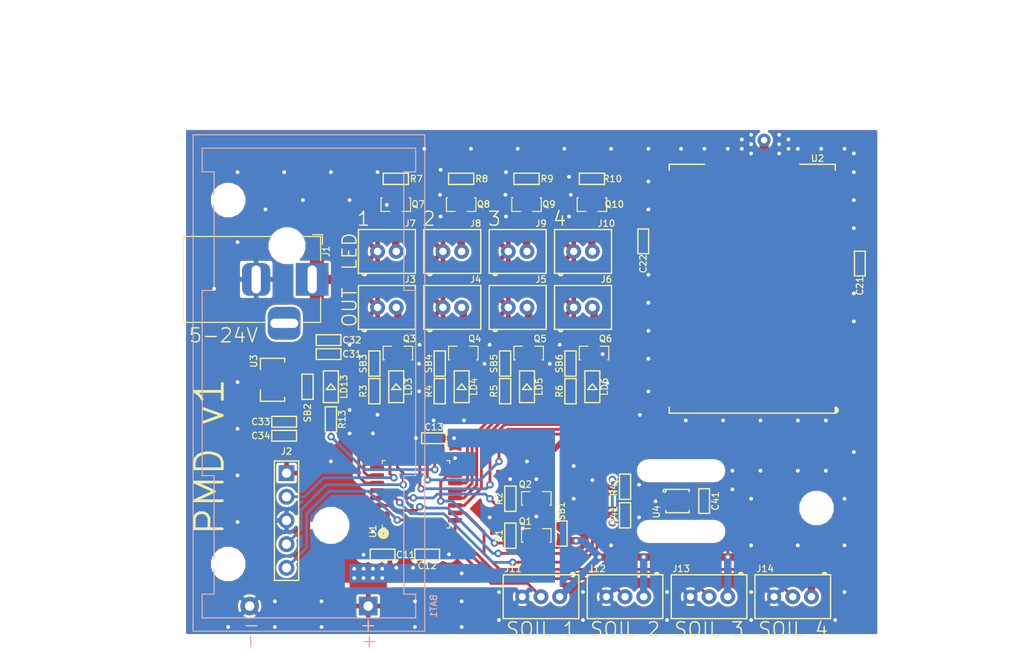
<source format=kicad_pcb>
(kicad_pcb (version 20171130) (host pcbnew 5.0.2-bee76a0~70~ubuntu18.04.1)
  (title_block (date 2019-04-06))
  (layers (0 F.Cu signal) (31 B.Cu signal) (34 B.Paste user) (35 F.Paste user) (36 B.SilkS user) (37 F.SilkS user) (38 B.Mask user) (39 F.Mask user) (44 Edge.Cuts user))
  (net 0 "")
  (net 1 GND)
  (net 2 /NRST)
  (net 3 /I2C_SDA)
  (net 4 "Net-(U4-Pad3)")
  (net 5 /I2C_SCL)
  (net 6 VDDA)
  (net 7 "Net-(U4-Pad6)")
  (net 8 +12V)
  (net 9 VDD)
  (net 10 /COMM_ENA)
  (net 11 VCC)
  (net 12 /SENS_ENA)
  (net 13 "Net-(Q3-Pad1)")
  (net 14 "Net-(J3-Pad2)")
  (net 15 "Net-(J5-Pad2)")
  (net 16 "Net-(Q5-Pad1)")
  (net 17 "Net-(Q6-Pad1)")
  (net 18 "Net-(J6-Pad2)")
  (net 19 "Net-(J7-Pad2)")
  (net 20 /LED_PWM1)
  (net 21 /LED_PWM2)
  (net 22 "Net-(J8-Pad2)")
  (net 23 "Net-(J9-Pad2)")
  (net 24 /LED_PWM3)
  (net 25 /LED_PWM4)
  (net 26 "Net-(J10-Pad2)")
  (net 27 "Net-(J4-Pad2)")
  (net 28 "Net-(Q4-Pad1)")
  (net 29 /PF0)
  (net 30 /PF1)
  (net 31 /BAT_LO)
  (net 32 /UART_TX)
  (net 33 /UART_RX)
  (net 34 "Net-(LD6-Pad2)")
  (net 35 /OUT4)
  (net 36 "Net-(LD13-Pad2)")
  (net 37 /OUT3)
  (net 38 "Net-(LD5-Pad2)")
  (net 39 "Net-(LD4-Pad2)")
  (net 40 /OUT2)
  (net 41 /OUT1)
  (net 42 "Net-(LD3-Pad2)")
  (net 43 "Net-(A1-Pad1)")
  (net 44 "Net-(U2-Pad2)")
  (net 45 "Net-(U2-Pad3)")
  (net 46 "Net-(U2-Pad4)")
  (net 47 "Net-(U2-Pad5)")
  (net 48 "Net-(U2-Pad9)")
  (net 49 "Net-(U2-Pad10)")
  (net 50 "Net-(U2-Pad13)")
  (net 51 "Net-(U2-Pad14)")
  (net 52 "Net-(U2-Pad15)")
  (net 53 "Net-(U2-Pad16)")
  (net 54 "Net-(U2-Pad17)")
  (net 55 "Net-(U2-Pad18)")
  (net 56 "Net-(U2-Pad19)")
  (net 57 "Net-(U2-Pad25)")
  (net 58 "Net-(U2-Pad29)")
  (net 59 "Net-(U2-Pad30)")
  (net 60 "Net-(U2-Pad31)")
  (net 61 /LORA_nRESET)
  (net 62 "Net-(U2-Pad35)")
  (net 63 "Net-(U2-Pad36)")
  (net 64 "Net-(U2-Pad37)")
  (net 65 "Net-(U2-Pad38)")
  (net 66 "Net-(U2-Pad39)")
  (net 67 "Net-(U2-Pad40)")
  (net 68 "Net-(U2-Pad42)")
  (net 69 "Net-(U2-Pad43)")
  (net 70 "Net-(U2-Pad44)")
  (net 71 "Net-(U2-Pad45)")
  (net 72 "Net-(U2-Pad46)")
  (net 73 /SWDIO)
  (net 74 /SWCLK)
  (net 75 /PA11)
  (net 76 /ADC_SOIL4)
  (net 77 /ADC_SOIL3)
  (net 78 /ADC_SOIL2)
  (net 79 /ADC_SOIL1)
  (module MRS_QFP:LQFP-32_7x7mm_P0.8mm (layer F.Cu) (at 217.12 136.52 90)
    (fp_text reference U1 (at -3.98 -4.62 90) (layer F.SilkS) (effects (font (size 0.7 0.7) (thickness 0.12))))
    (fp_text value STM32L031K6T6 hide)
    (pad 32 smd roundrect (at -2.8 -4.175 90) (size 0.5 1.5) (layers F.Cu F.Paste F.Mask) (net 1 GND))
    (pad 31 smd roundrect (at -2 -4.175 90) (size 0.5 1.5) (layers F.Cu F.Paste F.Mask) (net 1 GND))
    (pad 30 smd roundrect (at -1.2 -4.175 90) (size 0.5 1.5) (layers F.Cu F.Paste F.Mask) (net 3 /I2C_SDA))
    (pad 29 smd roundrect (at -0.4 -4.175 90) (size 0.5 1.5) (layers F.Cu F.Paste F.Mask) (net 5 /I2C_SCL))
    (pad 28 smd roundrect (at 0.4 -4.175 90) (size 0.5 1.5) (layers F.Cu F.Paste F.Mask) (net 10 /COMM_ENA))
    (pad 27 smd roundrect (at 1.2 -4.175 90) (size 0.5 1.5) (layers F.Cu F.Paste F.Mask) (net 41 /OUT1))
    (pad 26 smd roundrect (at 2 -4.175 90) (size 0.5 1.5) (layers F.Cu F.Paste F.Mask) (net 40 /OUT2))
    (pad 25 smd roundrect (at 2.8 -4.175 90) (size 0.5 1.5) (layers F.Cu F.Paste F.Mask) (net 37 /OUT3))
    (pad 24 smd roundrect (at 4.175 -2.8 90) (size 1.5 0.5) (layers F.Cu F.Paste F.Mask) (net 74 /SWCLK))
    (pad 23 smd roundrect (at 4.175 -2 90) (size 1.5 0.5) (layers F.Cu F.Paste F.Mask) (net 73 /SWDIO))
    (pad 22 smd roundrect (at 4.175 -1.2 90) (size 1.5 0.5) (layers F.Cu F.Paste F.Mask) (net 35 /OUT4))
    (pad 21 smd roundrect (at 4.175 -0.4 90) (size 1.5 0.5) (layers F.Cu F.Paste F.Mask) (net 75 /PA11))
    (pad 20 smd roundrect (at 4.175 0.4 90) (size 1.5 0.5) (layers F.Cu F.Paste F.Mask) (net 33 /UART_RX))
    (pad 19 smd roundrect (at 4.175 1.2 90) (size 1.5 0.5) (layers F.Cu F.Paste F.Mask) (net 32 /UART_TX))
    (pad 18 smd roundrect (at 4.175 2 90) (size 1.5 0.5) (layers F.Cu F.Paste F.Mask) (net 31 /BAT_LO))
    (pad 17 smd roundrect (at 4.175 2.8 90) (size 1.5 0.5) (layers F.Cu F.Paste F.Mask) (net 11 VCC))
    (pad 16 smd roundrect (at 2.8 4.175 90) (size 0.5 1.5) (layers F.Cu F.Paste F.Mask) (net 1 GND))
    (pad 15 smd roundrect (at 2 4.175 90) (size 0.5 1.5) (layers F.Cu F.Paste F.Mask) (net 12 /SENS_ENA))
    (pad 14 smd roundrect (at 1.2 4.175 90) (size 0.5 1.5) (layers F.Cu F.Paste F.Mask) (net 25 /LED_PWM4))
    (pad 13 smd roundrect (at 0.4 4.175 90) (size 0.5 1.5) (layers F.Cu F.Paste F.Mask) (net 24 /LED_PWM3))
    (pad 12 smd roundrect (at -0.4 4.175 90) (size 0.5 1.5) (layers F.Cu F.Paste F.Mask) (net 21 /LED_PWM2))
    (pad 11 smd roundrect (at -1.2 4.175 90) (size 0.5 1.5) (layers F.Cu F.Paste F.Mask) (net 20 /LED_PWM1))
    (pad 10 smd roundrect (at -2 4.175 90) (size 0.5 1.5) (layers F.Cu F.Paste F.Mask) (net 76 /ADC_SOIL4))
    (pad 9 smd roundrect (at -2.8 4.175 90) (size 0.5 1.5) (layers F.Cu F.Paste F.Mask) (net 77 /ADC_SOIL3))
    (pad 8 smd roundrect (at -4.175 2.8 90) (size 1.5 0.5) (layers F.Cu F.Paste F.Mask) (net 78 /ADC_SOIL2))
    (pad 7 smd roundrect (at -4.175 2 90) (size 1.5 0.5) (layers F.Cu F.Paste F.Mask) (net 79 /ADC_SOIL1))
    (pad 6 smd roundrect (at -4.175 1.2 90) (size 1.5 0.5) (layers F.Cu F.Paste F.Mask) (net 11 VCC))
    (pad 5 smd roundrect (at -4.175 0.4 90) (size 1.5 0.5) (layers F.Cu F.Paste F.Mask) (net 11 VCC))
    (pad 4 smd roundrect (at -4.175 -0.4 90) (size 1.5 0.5) (layers F.Cu F.Paste F.Mask) (net 2 /NRST))
    (pad 3 smd roundrect (at -4.175 -1.2 90) (size 1.5 0.5) (layers F.Cu F.Paste F.Mask) (net 30 /PF1))
    (pad 2 smd roundrect (at -4.175 -2 90) (size 1.5 0.5) (layers F.Cu F.Paste F.Mask) (net 29 /PF0))
    (pad 1 smd roundrect (at -4.175 -2.8 90) (size 1.5 0.5) (layers F.Cu F.Paste F.Mask) (net 11 VCC))
  )
  (module MRS_Sensors:SHT31 (layer F.Cu) (at 245.12 137.25)
    (fp_text reference U4 (at -2.26 1.15 90) (layer F.SilkS) (effects (font (size 0.7 0.7) (thickness 0.12))))
    (fp_text value SHT31 hide)
    (pad 0 smd rect (at 0 0) (size 1 1.7) (layers F.Cu F.Paste F.Mask) (net 1 GND))
    (pad 8 smd rect (at 1.2 -0.75) (size 0.6 0.25) (layers F.Cu F.Paste F.Mask) (net 1 GND))
    (pad 7 smd rect (at 1.2 -0.25) (size 0.6 0.25) (layers F.Cu F.Paste F.Mask) (net 6 VDDA))
    (pad 6 smd rect (at 1.2 0.25) (size 0.6 0.25) (layers F.Cu F.Paste F.Mask) (net 7 "Net-(U4-Pad6)"))
    (pad 5 smd rect (at 1.2 0.75) (size 0.6 0.25) (layers F.Cu F.Paste F.Mask) (net 6 VDDA))
    (pad 4 smd rect (at -1.2 0.75) (size 0.6 0.25) (layers F.Cu F.Paste F.Mask) (net 5 /I2C_SCL))
    (pad 3 smd rect (at -1.2 0.25) (size 0.6 0.25) (layers F.Cu F.Paste F.Mask) (net 4 "Net-(U4-Pad3)"))
    (pad 2 smd rect (at -1.2 -0.25) (size 0.6 0.25) (layers F.Cu F.Paste F.Mask) (net 1 GND))
    (pad 1 smd rect (at -1.2 -0.75) (size 0.6 0.25) (layers F.Cu F.Paste F.Mask) (net 3 /I2C_SDA))
  )
  (module MRS_Connectors:BatteryHolder_Keystone_2468_2xAAA (layer B.Cu) (at 212 148.5 90)
    (fp_text reference BAT1 (at 0 7 90) (layer B.SilkS) (effects (font (size 0.7 0.7) (thickness 0.12)) (justify mirror)))
    (fp_text value Battery)
    (fp_text user - (at -3.81 -12.7 90) (layer B.SilkS) (effects (font (size 1.5 1.5)) (justify mirror)))
    (fp_text user + (at -3.81 0 90) (layer B.SilkS) (effects (font (size 1.5 1.5)) (justify mirror)))
    (pad "" np_thru_hole circle (at 38.61 -8.7 90) (size 3.45 3.45) (drill 3.45) (layers *.Cu *.Mask))
    (pad "" np_thru_hole circle (at 8.64 -4 90) (size 3.45 3.45) (drill 3.45) (layers *.Cu))
    (pad 2 thru_hole circle (at 0 -12.7 90) (size 2 2) (drill 1.02) (layers *.Cu *.Mask) (net 1 GND))
    (pad 1 thru_hole rect (at 0 0 90) (size 2 2) (drill 1.02) (layers *.Cu *.Mask) (net 11 VCC))
  )
  (module MRS_Mechanical:Mounting_hole_unplated_3,2mm (layer F.Cu) (at 197 105)
    (fp_text reference H3 hide)
    (fp_text value Mounting_hole_unplated_3,2mm hide)
    (pad "" np_thru_hole circle (at 0 0) (size 3.2 3.2) (drill 3.2) (layers *.Cu *.Mask))
  )
  (module MRS_Mechanical:Mounting_hole_unplated_3,2mm (layer F.Cu) (at 197 144)
    (fp_text reference H2 hide)
    (fp_text value Mounting_hole_unplated_3,2mm hide)
    (pad "" np_thru_hole circle (at 0 0) (size 3.2 3.2) (drill 3.2) (layers *.Cu *.Mask))
  )
  (module MRS_Connectors:NXW-03 (layer F.Cu) (at 241.5 147.5 180)
    (fp_text reference J12 (at 5 3 180) (layer F.SilkS) (effects (font (size 0.7 0.7) (thickness 0.12))))
    (fp_text value NXW-03 hide)
    (pad 3 thru_hole circle (at 4 0 180) (size 1.524 1.524) (drill 0.762) (layers *.Cu *.Mask) (net 1 GND))
    (pad 2 thru_hole circle (at 2 0 180) (size 1.6 1.6) (drill 0.8) (layers *.Cu *.Mask) (net 78 /ADC_SOIL2))
    (pad 1 thru_hole circle (at 0 0 180) (size 1.6 1.6) (drill 0.8) (layers *.Cu *.Mask) (net 6 VDDA))
  )
  (module MRS_Connectors:SB0603 (layer F.Cu) (at 205.5 125 270)
    (fp_text reference SB2 (at 2.8 0 270) (layer F.SilkS) (effects (font (size 0.7 0.7) (thickness 0.12))))
    (fp_text value SolderBridge hide)
    (fp_poly (pts (xy -0.35 -0.475) (xy -0.35 0.475) (xy 0.01 0)) (layer F.Cu) (width 0))
    (fp_poly (pts (xy 0.35 -0.475) (xy 0.35 0.475) (xy -0.1 0.475) (xy 0.25 0) (xy -0.1 -0.475)) (layer F.Cu) (width 0))
    (pad 2 smd rect (at 0.7875 0 270) (size 0.875 0.95) (layers F.Cu F.Mask) (net 11 VCC))
    (pad 1 smd rect (at -0.7875 0 270) (size 0.875 0.95) (layers F.Cu F.Mask) (net 8 +12V))
  )
  (module MRS_Connectors:Header_1x05_P2.54mm (layer F.Cu) (at 203.25 134.25)
    (fp_text reference J2 (at 0 -2.33) (layer F.SilkS) (effects (font (size 0.7 0.7) (thickness 0.12))))
    (fp_text value SWO)
    (pad 5 thru_hole oval (at 0 10.16) (size 1.7 1.7) (drill 1) (layers *.Cu *.Mask) (net 2 /NRST))
    (pad 4 thru_hole oval (at 0 7.62) (size 1.7 1.7) (drill 1) (layers *.Cu *.Mask) (net 73 /SWDIO))
    (pad 3 thru_hole oval (at 0 5.08) (size 1.7 1.7) (drill 1) (layers *.Cu *.Mask) (net 1 GND))
    (pad 2 thru_hole oval (at 0 2.54) (size 1.7 1.7) (drill 1) (layers *.Cu *.Mask) (net 74 /SWCLK))
    (pad 1 thru_hole rect (at 0 0) (size 1.7 1.7) (drill 1) (layers *.Cu *.Mask) (net 11 VCC))
  )
  (module MRS_SOT:SOT-23 (layer F.Cu) (at 230 140.96 90)
    (fp_text reference Q1 (at 1.53 -1.18 180) (layer F.SilkS) (effects (font (size 0.7 0.7) (thickness 0.12))))
    (fp_text value FDN308P hide)
    (pad 3 smd rect (at 1 0 90) (size 0.9 0.8) (layers F.Cu F.Paste F.Mask) (net 11 VCC))
    (pad 1 smd rect (at -1 -0.95 90) (size 0.9 0.8) (layers F.Cu F.Paste F.Mask) (net 12 /SENS_ENA))
    (pad 2 smd rect (at -1 0.95 90) (size 0.9 0.8) (layers F.Cu F.Paste F.Mask) (net 6 VDDA))
  )
  (module MRS_Passives:R0603 (layer F.Cu) (at 227.22 137 270)
    (fp_text reference R2 (at 0 1.2 270) (layer F.SilkS) (effects (font (size 0.7 0.7) (thickness 0.12))))
    (fp_text value 10k hide)
    (pad 1 smd rect (at -0.7875 0 270) (size 0.875 0.95) (layers F.Cu F.Paste F.Mask) (net 11 VCC))
    (pad 2 smd rect (at 0.7875 0 270) (size 0.875 0.95) (layers F.Cu F.Paste F.Mask) (net 10 /COMM_ENA))
  )
  (module MRS_Passives:R0603 (layer F.Cu) (at 227.22 140.96 270)
    (fp_text reference R1 (at 0 1.2 270) (layer F.SilkS) (effects (font (size 0.7 0.7) (thickness 0.12))))
    (fp_text value 10k hide)
    (pad 1 smd rect (at -0.7875 0 270) (size 0.875 0.95) (layers F.Cu F.Paste F.Mask) (net 11 VCC))
    (pad 2 smd rect (at 0.7875 0 270) (size 0.875 0.95) (layers F.Cu F.Paste F.Mask) (net 12 /SENS_ENA))
  )
  (module MRS_SOT:SOT-23 (layer F.Cu) (at 230 137 90)
    (fp_text reference Q2 (at 1.53 -1.18 180) (layer F.SilkS) (effects (font (size 0.7 0.7) (thickness 0.12))))
    (fp_text value FDN308P hide)
    (pad 3 smd rect (at 1 0 90) (size 0.9 0.8) (layers F.Cu F.Paste F.Mask) (net 11 VCC))
    (pad 1 smd rect (at -1 -0.95 90) (size 0.9 0.8) (layers F.Cu F.Paste F.Mask) (net 10 /COMM_ENA))
    (pad 2 smd rect (at -1 0.95 90) (size 0.9 0.8) (layers F.Cu F.Paste F.Mask) (net 9 VDD))
  )
  (module MRS_Connectors:SB0603 (layer F.Cu) (at 232.69 140.73 270)
    (fp_text reference SB1 (at -2.4 0 270) (layer F.SilkS) (effects (font (size 0.7 0.7) (thickness 0.12))))
    (fp_text value SolderBridge hide)
    (fp_poly (pts (xy -0.35 -0.475) (xy -0.35 0.475) (xy 0.01 0)) (layer F.Cu) (width 0))
    (fp_poly (pts (xy 0.35 -0.475) (xy 0.35 0.475) (xy -0.1 0.475) (xy 0.25 0) (xy -0.1 -0.475)) (layer F.Cu) (width 0))
    (pad 2 smd rect (at 0.7875 0 270) (size 0.875 0.95) (layers F.Cu F.Mask) (net 6 VDDA))
    (pad 1 smd rect (at -0.7875 0 270) (size 0.875 0.95) (layers F.Cu F.Mask) (net 11 VCC))
  )
  (module MRS_Connectors:NXW-03 (layer F.Cu) (at 250.5 147.5 180)
    (fp_text reference J13 (at 5 3 180) (layer F.SilkS) (effects (font (size 0.7 0.7) (thickness 0.12))))
    (fp_text value NXW-03 hide)
    (pad 3 thru_hole circle (at 4 0 180) (size 1.524 1.524) (drill 0.762) (layers *.Cu *.Mask) (net 1 GND))
    (pad 2 thru_hole circle (at 2 0 180) (size 1.6 1.6) (drill 0.8) (layers *.Cu *.Mask) (net 77 /ADC_SOIL3))
    (pad 1 thru_hole circle (at 0 0 180) (size 1.6 1.6) (drill 0.8) (layers *.Cu *.Mask) (net 6 VDDA))
  )
  (module MRS_Connectors:NXW-03 (layer F.Cu) (at 232.5 147.5 180)
    (fp_text reference J11 (at 5 3 180) (layer F.SilkS) (effects (font (size 0.7 0.7) (thickness 0.12))))
    (fp_text value NXW-03 hide)
    (pad 3 thru_hole circle (at 4 0 180) (size 1.524 1.524) (drill 0.762) (layers *.Cu *.Mask) (net 1 GND))
    (pad 2 thru_hole circle (at 2 0 180) (size 1.6 1.6) (drill 0.8) (layers *.Cu *.Mask) (net 79 /ADC_SOIL1))
    (pad 1 thru_hole circle (at 0 0 180) (size 1.6 1.6) (drill 0.8) (layers *.Cu *.Mask) (net 6 VDDA))
  )
  (module MRS_Connectors:NXW-03 (layer F.Cu) (at 259.46 147.5 180)
    (fp_text reference J14 (at 4.96 3 180) (layer F.SilkS) (effects (font (size 0.7 0.7) (thickness 0.12))))
    (fp_text value NXW-03 hide)
    (pad 3 thru_hole circle (at 4 0 180) (size 1.524 1.524) (drill 0.762) (layers *.Cu *.Mask) (net 1 GND))
    (pad 2 thru_hole circle (at 2 0 180) (size 1.6 1.6) (drill 0.8) (layers *.Cu *.Mask) (net 76 /ADC_SOIL4))
    (pad 1 thru_hole circle (at 0 0 180) (size 1.6 1.6) (drill 0.8) (layers *.Cu *.Mask) (net 6 VDDA))
  )
  (module MRS_Connectors:NXW-02 (layer F.Cu) (at 213 116.5)
    (fp_text reference J3 (at 3.5 -3) (layer F.SilkS) (effects (font (size 0.7 0.7) (thickness 0.12))))
    (fp_text value NXW-02 hide)
    (pad 2 thru_hole circle (at 2 0) (size 1.6 1.6) (drill 0.8) (layers *.Cu *.Mask) (net 14 "Net-(J3-Pad2)"))
    (pad 1 thru_hole circle (at 0 0) (size 1.6 1.6) (drill 0.8) (layers *.Cu *.Mask) (net 8 +12V))
  )
  (module MRS_Connectors:NXW-02 (layer F.Cu) (at 220 116.5)
    (fp_text reference J4 (at 3.5 -3) (layer F.SilkS) (effects (font (size 0.7 0.7) (thickness 0.12))))
    (fp_text value NXW-02 hide)
    (pad 2 thru_hole circle (at 2 0) (size 1.6 1.6) (drill 0.8) (layers *.Cu *.Mask) (net 27 "Net-(J4-Pad2)"))
    (pad 1 thru_hole circle (at 0 0) (size 1.6 1.6) (drill 0.8) (layers *.Cu *.Mask) (net 8 +12V))
  )
  (module MRS_Connectors:NXW-02 (layer F.Cu) (at 227 116.5)
    (fp_text reference J5 (at 3.5 -3) (layer F.SilkS) (effects (font (size 0.7 0.7) (thickness 0.12))))
    (fp_text value NXW-02 hide)
    (pad 2 thru_hole circle (at 2 0) (size 1.6 1.6) (drill 0.8) (layers *.Cu *.Mask) (net 15 "Net-(J5-Pad2)"))
    (pad 1 thru_hole circle (at 0 0) (size 1.6 1.6) (drill 0.8) (layers *.Cu *.Mask) (net 8 +12V))
  )
  (module MRS_Connectors:NXW-02 (layer F.Cu) (at 234 116.5)
    (fp_text reference J6 (at 3.5 -3) (layer F.SilkS) (effects (font (size 0.7 0.7) (thickness 0.12))))
    (fp_text value NXW-02 hide)
    (pad 2 thru_hole circle (at 2 0) (size 1.6 1.6) (drill 0.8) (layers *.Cu *.Mask) (net 18 "Net-(J6-Pad2)"))
    (pad 1 thru_hole circle (at 0 0) (size 1.6 1.6) (drill 0.8) (layers *.Cu *.Mask) (net 8 +12V))
  )
  (module MRS_Connectors:NXW-02 (layer F.Cu) (at 220 110.5)
    (fp_text reference J8 (at 3.5 -3) (layer F.SilkS) (effects (font (size 0.7 0.7) (thickness 0.12))))
    (fp_text value NXW-02 hide)
    (pad 2 thru_hole circle (at 2 0) (size 1.6 1.6) (drill 0.8) (layers *.Cu *.Mask) (net 22 "Net-(J8-Pad2)"))
    (pad 1 thru_hole circle (at 0 0) (size 1.6 1.6) (drill 0.8) (layers *.Cu *.Mask) (net 8 +12V))
  )
  (module MRS_Connectors:NXW-02 (layer F.Cu) (at 227 110.5)
    (fp_text reference J9 (at 3.5 -3) (layer F.SilkS) (effects (font (size 0.7 0.7) (thickness 0.12))))
    (fp_text value NXW-02 hide)
    (pad 2 thru_hole circle (at 2 0) (size 1.6 1.6) (drill 0.8) (layers *.Cu *.Mask) (net 23 "Net-(J9-Pad2)"))
    (pad 1 thru_hole circle (at 0 0) (size 1.6 1.6) (drill 0.8) (layers *.Cu *.Mask) (net 8 +12V))
  )
  (module MRS_Connectors:NXW-02 (layer F.Cu) (at 234 110.5)
    (fp_text reference J10 (at 3.5 -3) (layer F.SilkS) (effects (font (size 0.7 0.7) (thickness 0.12))))
    (fp_text value NXW-02 hide)
    (pad 2 thru_hole circle (at 2 0) (size 1.6 1.6) (drill 0.8) (layers *.Cu *.Mask) (net 26 "Net-(J10-Pad2)"))
    (pad 1 thru_hole circle (at 0 0) (size 1.6 1.6) (drill 0.8) (layers *.Cu *.Mask) (net 8 +12V))
  )
  (module MRS_Connectors:NXW-02 (layer F.Cu) (at 213 110.5)
    (fp_text reference J7 (at 3.5 -3) (layer F.SilkS) (effects (font (size 0.7 0.7) (thickness 0.12))))
    (fp_text value NXW-02 hide)
    (pad 2 thru_hole circle (at 2 0) (size 1.6 1.6) (drill 0.8) (layers *.Cu *.Mask) (net 19 "Net-(J7-Pad2)"))
    (pad 1 thru_hole circle (at 0 0) (size 1.6 1.6) (drill 0.8) (layers *.Cu *.Mask) (net 8 +12V))
  )
  (module MRS_Connectors:BarrelJack_Horizontal (layer F.Cu) (at 206 113.5)
    (fp_text reference J1 (at 1.5 -3 90) (layer F.SilkS) (effects (font (size 0.7 0.7) (thickness 0.12))))
    (fp_text value Barrel_Jack hide)
    (pad 3 thru_hole roundrect (at -3 4.7) (size 3.5 3.5) (drill oval 3 1) (layers *.Cu *.Mask))
    (pad 2 thru_hole roundrect (at -6 0) (size 3 3.5) (drill oval 1 3) (layers *.Cu *.Mask) (net 1 GND))
    (pad 1 thru_hole rect (at 0 0) (size 3.5 3.5) (drill oval 1 3) (layers *.Cu *.Mask) (net 8 +12V))
  )
  (module MRS_Passives:C0603 (layer F.Cu) (at 207.75 120)
    (fp_text reference C32 (at 2.5 0) (layer F.SilkS) (effects (font (size 0.7 0.7) (thickness 0.12))))
    (fp_text value 1uF hide)
    (pad 2 smd roundrect (at 0.7875 0) (size 0.875 0.95) (layers F.Cu F.Paste F.Mask) (net 1 GND))
    (pad 1 smd roundrect (at -0.7875 0) (size 0.875 0.95) (layers F.Cu F.Paste F.Mask) (net 8 +12V))
  )
  (module MRS_Passives:C0603 (layer F.Cu) (at 207.75 121.5)
    (fp_text reference C31 (at 2.5 0) (layer F.SilkS) (effects (font (size 0.7 0.7) (thickness 0.12))))
    (fp_text value 10uF hide)
    (pad 2 smd roundrect (at 0.7875 0) (size 0.875 0.95) (layers F.Cu F.Paste F.Mask) (net 1 GND))
    (pad 1 smd roundrect (at -0.7875 0) (size 0.875 0.95) (layers F.Cu F.Paste F.Mask) (net 8 +12V))
  )
  (module MRS_Passives:C0603 (layer F.Cu) (at 203 130.25 180)
    (fp_text reference C34 (at 2.5 0 180) (layer F.SilkS) (effects (font (size 0.7 0.7) (thickness 0.12))))
    (fp_text value 1uF hide)
    (pad 2 smd roundrect (at 0.7875 0 180) (size 0.875 0.95) (layers F.Cu F.Paste F.Mask) (net 1 GND))
    (pad 1 smd roundrect (at -0.7875 0 180) (size 0.875 0.95) (layers F.Cu F.Paste F.Mask) (net 11 VCC))
  )
  (module MRS_Passives:C0603 (layer F.Cu) (at 203 128.75 180)
    (fp_text reference C33 (at 2.5 0 180) (layer F.SilkS) (effects (font (size 0.7 0.7) (thickness 0.12))))
    (fp_text value 10uF hide)
    (pad 2 smd roundrect (at 0.7875 0 180) (size 0.875 0.95) (layers F.Cu F.Paste F.Mask) (net 1 GND))
    (pad 1 smd roundrect (at -0.7875 0 180) (size 0.875 0.95) (layers F.Cu F.Paste F.Mask) (net 11 VCC))
  )
  (module MRS_SOT:SOT-89 (layer F.Cu) (at 201.75 124.25 90)
    (fp_text reference U3 (at 2 -2 90) (layer F.SilkS) (effects (font (size 0.7 0.7) (thickness 0.12))))
    (fp_text value AP2204RB-3.3TRG1 hide)
    (pad 2 smd rect (at 0 -0.5 90) (size 1.85 3.2) (layers F.Cu F.Paste F.Mask) (net 1 GND))
    (pad 3 smd rect (at 1.5 2 90) (size 0.55 1.3) (layers F.Cu F.Paste F.Mask) (net 8 +12V))
    (pad 2 smd rect (at 0 1.9 90) (size 0.8 1.6) (layers F.Cu F.Paste F.Mask) (net 1 GND))
    (pad 1 smd rect (at -1.5 2 90) (size 0.55 1.3) (layers F.Cu F.Paste F.Mask) (net 11 VCC))
  )
  (module MRS_Mechanical:Mounting_hole_unplated_3,2mm (layer F.Cu) (at 260 138)
    (fp_text reference H1 hide)
    (fp_text value Mounting_hole_unplated_3,2mm hide)
    (pad "" np_thru_hole circle (at 0 0) (size 3.2 3.2) (drill 3.2) (layers *.Cu *.Mask))
  )
  (module MRS_Passives:R0603 (layer F.Cu) (at 239.5 138.78 90)
    (fp_text reference R41 (at 0 -1.2 90) (layer F.SilkS) (effects (font (size 0.7 0.7) (thickness 0.12))))
    (fp_text value 10k hide)
    (pad 1 smd rect (at -0.7875 0 90) (size 0.875 0.95) (layers F.Cu F.Paste F.Mask) (net 6 VDDA))
    (pad 2 smd rect (at 0.7875 0 90) (size 0.875 0.95) (layers F.Cu F.Paste F.Mask) (net 5 /I2C_SCL))
  )
  (module MRS_Passives:R0603 (layer F.Cu) (at 239.5 135.71 270)
    (fp_text reference R42 (at 0 1.2 270) (layer F.SilkS) (effects (font (size 0.7 0.7) (thickness 0.12))))
    (fp_text value 10k hide)
    (pad 1 smd rect (at -0.7875 0 270) (size 0.875 0.95) (layers F.Cu F.Paste F.Mask) (net 6 VDDA))
    (pad 2 smd rect (at 0.7875 0 270) (size 0.875 0.95) (layers F.Cu F.Paste F.Mask) (net 3 /I2C_SDA))
  )
  (module MRS_Communication:RN2483A (layer F.Cu) (at 253.12 113.86)
    (fp_text reference U2 (at 6.985 -13.335) (layer F.SilkS) (effects (font (size 0.7 0.7) (thickness 0.12))))
    (fp_text value RN2483A hide)
    (pad 47 smd roundrect (at -8.89 12.7) (size 1.6 1) (layers F.Cu F.Paste F.Mask) (net 1 GND))
    (pad 46 smd roundrect (at -8.89 11.43) (size 1.6 1) (layers F.Cu F.Paste F.Mask) (net 72 "Net-(U2-Pad46)"))
    (pad 45 smd roundrect (at -8.89 10.16) (size 1.6 1) (layers F.Cu F.Paste F.Mask) (net 71 "Net-(U2-Pad45)"))
    (pad 44 smd roundrect (at -8.89 8.89) (size 1.6 1) (layers F.Cu F.Paste F.Mask) (net 70 "Net-(U2-Pad44)"))
    (pad 43 smd roundrect (at -8.89 7.62) (size 1.6 1) (layers F.Cu F.Paste F.Mask) (net 69 "Net-(U2-Pad43)"))
    (pad 42 smd roundrect (at -8.89 6.35) (size 1.6 1) (layers F.Cu F.Paste F.Mask) (net 68 "Net-(U2-Pad42)"))
    (pad 41 smd roundrect (at -8.89 5.08) (size 1.6 1) (layers F.Cu F.Paste F.Mask) (net 1 GND))
    (pad 40 smd roundrect (at -8.89 3.81) (size 1.6 1) (layers F.Cu F.Paste F.Mask) (net 67 "Net-(U2-Pad40)"))
    (pad 39 smd roundrect (at -8.89 2.54) (size 1.6 1) (layers F.Cu F.Paste F.Mask) (net 66 "Net-(U2-Pad39)"))
    (pad 38 smd roundrect (at -8.89 1.27) (size 1.6 1) (layers F.Cu F.Paste F.Mask) (net 65 "Net-(U2-Pad38)"))
    (pad 37 smd roundrect (at -8.89 0) (size 1.6 1) (layers F.Cu F.Paste F.Mask) (net 64 "Net-(U2-Pad37)"))
    (pad 36 smd roundrect (at -8.89 -1.27) (size 1.6 1) (layers F.Cu F.Paste F.Mask) (net 63 "Net-(U2-Pad36)"))
    (pad 35 smd roundrect (at -8.89 -2.54) (size 1.6 1) (layers F.Cu F.Paste F.Mask) (net 62 "Net-(U2-Pad35)"))
    (pad 34 smd roundrect (at -8.89 -3.81) (size 1.6 1) (layers F.Cu F.Paste F.Mask) (net 9 VDD))
    (pad 33 smd roundrect (at -8.89 -5.08) (size 1.6 1) (layers F.Cu F.Paste F.Mask) (net 1 GND))
    (pad 32 smd roundrect (at -8.89 -6.35) (size 1.6 1) (layers F.Cu F.Paste F.Mask) (net 61 /LORA_nRESET))
    (pad 31 smd roundrect (at -8.89 -7.62) (size 1.6 1) (layers F.Cu F.Paste F.Mask) (net 60 "Net-(U2-Pad31)"))
    (pad 30 smd roundrect (at -8.89 -8.89) (size 1.6 1) (layers F.Cu F.Paste F.Mask) (net 59 "Net-(U2-Pad30)"))
    (pad 29 smd roundrect (at -8.89 -10.16) (size 1.6 1) (layers F.Cu F.Paste F.Mask) (net 58 "Net-(U2-Pad29)"))
    (pad 28 smd roundrect (at -8.89 -11.43) (size 1.6 1) (layers F.Cu F.Paste F.Mask) (net 1 GND))
    (pad 27 smd roundrect (at -3.81 -12.7 90) (size 1.6 1) (layers F.Cu F.Paste F.Mask) (net 1 GND))
    (pad 26 smd roundrect (at -2.54 -12.7 270) (size 1.6 1) (layers F.Cu F.Paste F.Mask) (net 1 GND))
    (pad 25 smd roundrect (at -1.27 -12.7 90) (size 1.6 1) (layers F.Cu F.Paste F.Mask) (net 57 "Net-(U2-Pad25)"))
    (pad 24 smd roundrect (at 0 -12.7 90) (size 1.6 1) (layers F.Cu F.Paste F.Mask) (net 1 GND))
    (pad 23 smd roundrect (at 1.27 -12.7 90) (size 1.6 1) (layers F.Cu F.Paste F.Mask) (net 43 "Net-(A1-Pad1)"))
    (pad 22 smd roundrect (at 2.54 -12.7 90) (size 1.6 1) (layers F.Cu F.Paste F.Mask) (net 1 GND))
    (pad 21 smd roundrect (at 3.81 -12.7 90) (size 1.6 1) (layers F.Cu F.Paste F.Mask) (net 1 GND))
    (pad 20 smd roundrect (at 8.89 -11.43) (size 1.6 1) (layers F.Cu F.Paste F.Mask) (net 1 GND))
    (pad 19 smd roundrect (at 8.89 -10.16) (size 1.6 1) (layers F.Cu F.Paste F.Mask) (net 56 "Net-(U2-Pad19)"))
    (pad 18 smd roundrect (at 8.89 -8.89) (size 1.6 1) (layers F.Cu F.Paste F.Mask) (net 55 "Net-(U2-Pad18)"))
    (pad 17 smd roundrect (at 8.89 -7.62) (size 1.6 1) (layers F.Cu F.Paste F.Mask) (net 54 "Net-(U2-Pad17)"))
    (pad 16 smd roundrect (at 8.89 -6.35) (size 1.6 1) (layers F.Cu F.Paste F.Mask) (net 53 "Net-(U2-Pad16)"))
    (pad 15 smd roundrect (at 8.89 -5.08) (size 1.6 1) (layers F.Cu F.Paste F.Mask) (net 52 "Net-(U2-Pad15)"))
    (pad 14 smd roundrect (at 8.89 -3.81) (size 1.6 1) (layers F.Cu F.Paste F.Mask) (net 51 "Net-(U2-Pad14)"))
    (pad 13 smd roundrect (at 8.89 -2.54) (size 1.6 1) (layers F.Cu F.Paste F.Mask) (net 50 "Net-(U2-Pad13)"))
    (pad 12 smd roundrect (at 8.89 -1.27) (size 1.6 1) (layers F.Cu F.Paste F.Mask) (net 9 VDD))
    (pad 11 smd roundrect (at 8.89 0) (size 1.6 1) (layers F.Cu F.Paste F.Mask) (net 1 GND))
    (pad 10 smd roundrect (at 8.89 1.27) (size 1.6 1) (layers F.Cu F.Paste F.Mask) (net 49 "Net-(U2-Pad10)"))
    (pad 9 smd roundrect (at 8.89 2.54) (size 1.6 1) (layers F.Cu F.Paste F.Mask) (net 48 "Net-(U2-Pad9)"))
    (pad 8 smd roundrect (at 8.89 3.81) (size 1.6 1) (layers F.Cu F.Paste F.Mask) (net 1 GND))
    (pad 7 smd roundrect (at 8.89 5.08) (size 1.6 1) (layers F.Cu F.Paste F.Mask) (net 32 /UART_TX))
    (pad 6 smd roundrect (at 8.89 6.35) (size 1.6 1) (layers F.Cu F.Paste F.Mask) (net 33 /UART_RX))
    (pad 5 smd roundrect (at 8.89 7.62) (size 1.6 1) (layers F.Cu F.Paste F.Mask) (net 47 "Net-(U2-Pad5)"))
    (pad 4 smd roundrect (at 8.89 8.89) (size 1.6 1) (layers F.Cu F.Paste F.Mask) (net 46 "Net-(U2-Pad4)"))
    (pad 3 smd roundrect (at 8.89 10.16) (size 1.6 1) (layers F.Cu F.Paste F.Mask) (net 45 "Net-(U2-Pad3)"))
    (pad 2 smd roundrect (at 8.89 11.43) (size 1.6 1) (layers F.Cu F.Paste F.Mask) (net 44 "Net-(U2-Pad2)"))
    (pad 1 smd roundrect (at 8.89 12.7) (size 1.6 1) (layers F.Cu F.Paste F.Mask) (net 1 GND))
  )
  (module MRS_Diodes:LED_0805 (layer F.Cu) (at 215 125 270)
    (fp_text reference LD3 (at 0 -1.3 270) (layer F.SilkS) (effects (font (size 0.7 0.7) (thickness 0.12))))
    (fp_text value ORANGE hide)
    (pad 2 smd rect (at 1.025 0 270) (size 1.15 1.4) (layers F.Cu F.Paste F.Mask) (net 42 "Net-(LD3-Pad2)"))
    (pad 1 smd rect (at -1.025 0 270) (size 1.15 1.4) (layers F.Cu F.Paste F.Mask) (net 1 GND))
  )
  (module MRS_Passives:R0603 (layer F.Cu) (at 212.65727 125.476282 270)
    (fp_text reference R3 (at 0 1.2 270) (layer F.SilkS) (effects (font (size 0.7 0.7) (thickness 0.12))))
    (fp_text value 1k hide)
    (pad 1 smd rect (at -0.7875 0 270) (size 0.875 0.95) (layers F.Cu F.Paste F.Mask) (net 41 /OUT1))
    (pad 2 smd rect (at 0.7875 0 270) (size 0.875 0.95) (layers F.Cu F.Paste F.Mask) (net 42 "Net-(LD3-Pad2)"))
  )
  (module MRS_Connectors:SB0603 (layer F.Cu) (at 212.65727 122.516282 90)
    (fp_text reference SB3 (at 0 -1.2 90) (layer F.SilkS) (effects (font (size 0.7 0.7) (thickness 0.12))))
    (fp_text value SolderBridge hide)
    (fp_poly (pts (xy -0.35 -0.475) (xy -0.35 0.475) (xy 0.01 0)) (layer F.Cu) (width 0))
    (fp_poly (pts (xy 0.35 -0.475) (xy 0.35 0.475) (xy -0.1 0.475) (xy 0.25 0) (xy -0.1 -0.475)) (layer F.Cu) (width 0))
    (pad 2 smd rect (at 0.7875 0 90) (size 0.875 0.95) (layers F.Cu F.Mask) (net 13 "Net-(Q3-Pad1)"))
    (pad 1 smd rect (at -0.7875 0 90) (size 0.875 0.95) (layers F.Cu F.Mask) (net 41 /OUT1))
  )
  (module MRS_SOT:SOT-23 (layer F.Cu) (at 215.17727 121.416282 90)
    (fp_text reference Q3 (at 1.566282 1.23273 180) (layer F.SilkS) (effects (font (size 0.7 0.7) (thickness 0.12))))
    (fp_text value IRLML6346TRPBF hide)
    (pad 3 smd rect (at 1 0 90) (size 0.9 0.8) (layers F.Cu F.Paste F.Mask) (net 14 "Net-(J3-Pad2)"))
    (pad 1 smd rect (at -1 -0.95 90) (size 0.9 0.8) (layers F.Cu F.Paste F.Mask) (net 13 "Net-(Q3-Pad1)"))
    (pad 2 smd rect (at -1 0.95 90) (size 0.9 0.8) (layers F.Cu F.Paste F.Mask) (net 1 GND))
  )
  (module MRS_Diodes:LED_0805 (layer F.Cu) (at 222 125 270)
    (fp_text reference LD4 (at 0 -1.3 270) (layer F.SilkS) (effects (font (size 0.7 0.7) (thickness 0.12))))
    (fp_text value ORANGE hide)
    (pad 2 smd rect (at 1.025 0 270) (size 1.15 1.4) (layers F.Cu F.Paste F.Mask) (net 39 "Net-(LD4-Pad2)"))
    (pad 1 smd rect (at -1.025 0 270) (size 1.15 1.4) (layers F.Cu F.Paste F.Mask) (net 1 GND))
  )
  (module MRS_Passives:R0603 (layer F.Cu) (at 219.65727 125.476282 270)
    (fp_text reference R4 (at 0 1.2 270) (layer F.SilkS) (effects (font (size 0.7 0.7) (thickness 0.12))))
    (fp_text value 1k hide)
    (pad 1 smd rect (at -0.7875 0 270) (size 0.875 0.95) (layers F.Cu F.Paste F.Mask) (net 40 /OUT2))
    (pad 2 smd rect (at 0.7875 0 270) (size 0.875 0.95) (layers F.Cu F.Paste F.Mask) (net 39 "Net-(LD4-Pad2)"))
  )
  (module MRS_Connectors:SB0603 (layer F.Cu) (at 219.65727 122.516282 90)
    (fp_text reference SB4 (at 0 -1.2 90) (layer F.SilkS) (effects (font (size 0.7 0.7) (thickness 0.12))))
    (fp_text value SolderBridge hide)
    (fp_poly (pts (xy -0.35 -0.475) (xy -0.35 0.475) (xy 0.01 0)) (layer F.Cu) (width 0))
    (fp_poly (pts (xy 0.35 -0.475) (xy 0.35 0.475) (xy -0.1 0.475) (xy 0.25 0) (xy -0.1 -0.475)) (layer F.Cu) (width 0))
    (pad 2 smd rect (at 0.7875 0 90) (size 0.875 0.95) (layers F.Cu F.Mask) (net 28 "Net-(Q4-Pad1)"))
    (pad 1 smd rect (at -0.7875 0 90) (size 0.875 0.95) (layers F.Cu F.Mask) (net 40 /OUT2))
  )
  (module MRS_SOT:SOT-23 (layer F.Cu) (at 222.17727 121.416282 90)
    (fp_text reference Q4 (at 1.566282 1.23273 180) (layer F.SilkS) (effects (font (size 0.7 0.7) (thickness 0.12))))
    (fp_text value IRLML6346TRPBF hide)
    (pad 3 smd rect (at 1 0 90) (size 0.9 0.8) (layers F.Cu F.Paste F.Mask) (net 27 "Net-(J4-Pad2)"))
    (pad 1 smd rect (at -1 -0.95 90) (size 0.9 0.8) (layers F.Cu F.Paste F.Mask) (net 28 "Net-(Q4-Pad1)"))
    (pad 2 smd rect (at -1 0.95 90) (size 0.9 0.8) (layers F.Cu F.Paste F.Mask) (net 1 GND))
  )
  (module MRS_Diodes:LED_0805 (layer F.Cu) (at 229 125 270)
    (fp_text reference LD5 (at 0 -1.3 270) (layer F.SilkS) (effects (font (size 0.7 0.7) (thickness 0.12))))
    (fp_text value ORANGE hide)
    (pad 2 smd rect (at 1.025 0 270) (size 1.15 1.4) (layers F.Cu F.Paste F.Mask) (net 38 "Net-(LD5-Pad2)"))
    (pad 1 smd rect (at -1.025 0 270) (size 1.15 1.4) (layers F.Cu F.Paste F.Mask) (net 1 GND))
  )
  (module MRS_Passives:R0603 (layer F.Cu) (at 226.65727 125.476282 270)
    (fp_text reference R5 (at 0 1.2 270) (layer F.SilkS) (effects (font (size 0.7 0.7) (thickness 0.12))))
    (fp_text value 1k hide)
    (pad 1 smd rect (at -0.7875 0 270) (size 0.875 0.95) (layers F.Cu F.Paste F.Mask) (net 37 /OUT3))
    (pad 2 smd rect (at 0.7875 0 270) (size 0.875 0.95) (layers F.Cu F.Paste F.Mask) (net 38 "Net-(LD5-Pad2)"))
  )
  (module MRS_Connectors:SB0603 (layer F.Cu) (at 226.65727 122.516282 90)
    (fp_text reference SB5 (at 0 -1.2 90) (layer F.SilkS) (effects (font (size 0.7 0.7) (thickness 0.12))))
    (fp_text value SolderBridge hide)
    (fp_poly (pts (xy -0.35 -0.475) (xy -0.35 0.475) (xy 0.01 0)) (layer F.Cu) (width 0))
    (fp_poly (pts (xy 0.35 -0.475) (xy 0.35 0.475) (xy -0.1 0.475) (xy 0.25 0) (xy -0.1 -0.475)) (layer F.Cu) (width 0))
    (pad 2 smd rect (at 0.7875 0 90) (size 0.875 0.95) (layers F.Cu F.Mask) (net 16 "Net-(Q5-Pad1)"))
    (pad 1 smd rect (at -0.7875 0 90) (size 0.875 0.95) (layers F.Cu F.Mask) (net 37 /OUT3))
  )
  (module MRS_SOT:SOT-23 (layer F.Cu) (at 229.17727 121.416282 90)
    (fp_text reference Q5 (at 1.566282 1.23273 180) (layer F.SilkS) (effects (font (size 0.7 0.7) (thickness 0.12))))
    (fp_text value IRLML6346TRPBF hide)
    (pad 3 smd rect (at 1 0 90) (size 0.9 0.8) (layers F.Cu F.Paste F.Mask) (net 15 "Net-(J5-Pad2)"))
    (pad 1 smd rect (at -1 -0.95 90) (size 0.9 0.8) (layers F.Cu F.Paste F.Mask) (net 16 "Net-(Q5-Pad1)"))
    (pad 2 smd rect (at -1 0.95 90) (size 0.9 0.8) (layers F.Cu F.Paste F.Mask) (net 1 GND))
  )
  (module MRS_Diodes:LED_0805 (layer F.Cu) (at 236 125 270)
    (fp_text reference LD6 (at 0 -1.3 270) (layer F.SilkS) (effects (font (size 0.7 0.7) (thickness 0.12))))
    (fp_text value ORANGE hide)
    (pad 2 smd rect (at 1.025 0 270) (size 1.15 1.4) (layers F.Cu F.Paste F.Mask) (net 34 "Net-(LD6-Pad2)"))
    (pad 1 smd rect (at -1.025 0 270) (size 1.15 1.4) (layers F.Cu F.Paste F.Mask) (net 1 GND))
  )
  (module MRS_Passives:R0603 (layer F.Cu) (at 233.65727 125.476282 270)
    (fp_text reference R6 (at 0 1.2 270) (layer F.SilkS) (effects (font (size 0.7 0.7) (thickness 0.12))))
    (fp_text value 1k hide)
    (pad 1 smd rect (at -0.7875 0 270) (size 0.875 0.95) (layers F.Cu F.Paste F.Mask) (net 35 /OUT4))
    (pad 2 smd rect (at 0.7875 0 270) (size 0.875 0.95) (layers F.Cu F.Paste F.Mask) (net 34 "Net-(LD6-Pad2)"))
  )
  (module MRS_Connectors:SB0603 (layer F.Cu) (at 233.65727 122.516282 90)
    (fp_text reference SB6 (at 0 -1.2 90) (layer F.SilkS) (effects (font (size 0.7 0.7) (thickness 0.12))))
    (fp_text value SolderBridge hide)
    (fp_poly (pts (xy -0.35 -0.475) (xy -0.35 0.475) (xy 0.01 0)) (layer F.Cu) (width 0))
    (fp_poly (pts (xy 0.35 -0.475) (xy 0.35 0.475) (xy -0.1 0.475) (xy 0.25 0) (xy -0.1 -0.475)) (layer F.Cu) (width 0))
    (pad 2 smd rect (at 0.7875 0 90) (size 0.875 0.95) (layers F.Cu F.Mask) (net 17 "Net-(Q6-Pad1)"))
    (pad 1 smd rect (at -0.7875 0 90) (size 0.875 0.95) (layers F.Cu F.Mask) (net 35 /OUT4))
  )
  (module MRS_SOT:SOT-23 (layer F.Cu) (at 236.17727 121.416282 90)
    (fp_text reference Q6 (at 1.566282 1.23273 180) (layer F.SilkS) (effects (font (size 0.7 0.7) (thickness 0.12))))
    (fp_text value IRLML6346TRPBF hide)
    (pad 3 smd rect (at 1 0 90) (size 0.9 0.8) (layers F.Cu F.Paste F.Mask) (net 18 "Net-(J6-Pad2)"))
    (pad 1 smd rect (at -1 -0.95 90) (size 0.9 0.8) (layers F.Cu F.Paste F.Mask) (net 17 "Net-(Q6-Pad1)"))
    (pad 2 smd rect (at -1 0.95 90) (size 0.9 0.8) (layers F.Cu F.Paste F.Mask) (net 1 GND))
  )
  (module MRS_SOT:SOT-23 (layer F.Cu) (at 235.95 105.45 270)
    (fp_text reference Q10 (at 0 -2.4) (layer F.SilkS) (effects (font (size 0.7 0.7) (thickness 0.12))))
    (fp_text value IRLML6346TRPBF hide)
    (pad 3 smd rect (at 1 0 270) (size 0.9 0.8) (layers F.Cu F.Paste F.Mask) (net 26 "Net-(J10-Pad2)"))
    (pad 1 smd rect (at -1 -0.95 270) (size 0.9 0.8) (layers F.Cu F.Paste F.Mask) (net 25 /LED_PWM4))
    (pad 2 smd rect (at -1 0.95 270) (size 0.9 0.8) (layers F.Cu F.Paste F.Mask) (net 1 GND))
  )
  (module MRS_Passives:R0603 (layer F.Cu) (at 235.95 102.72 180)
    (fp_text reference R10 (at -2.2 0 180) (layer F.SilkS) (effects (font (size 0.7 0.7) (thickness 0.12))))
    (fp_text value 10k hide)
    (pad 1 smd rect (at -0.7875 0 180) (size 0.875 0.95) (layers F.Cu F.Paste F.Mask) (net 25 /LED_PWM4))
    (pad 2 smd rect (at 0.7875 0 180) (size 0.875 0.95) (layers F.Cu F.Paste F.Mask) (net 1 GND))
  )
  (module MRS_SOT:SOT-23 (layer F.Cu) (at 228.95 105.45 270)
    (fp_text reference Q9 (at 0 -2.4) (layer F.SilkS) (effects (font (size 0.7 0.7) (thickness 0.12))))
    (fp_text value IRLML6346TRPBF hide)
    (pad 3 smd rect (at 1 0 270) (size 0.9 0.8) (layers F.Cu F.Paste F.Mask) (net 23 "Net-(J9-Pad2)"))
    (pad 1 smd rect (at -1 -0.95 270) (size 0.9 0.8) (layers F.Cu F.Paste F.Mask) (net 24 /LED_PWM3))
    (pad 2 smd rect (at -1 0.95 270) (size 0.9 0.8) (layers F.Cu F.Paste F.Mask) (net 1 GND))
  )
  (module MRS_Passives:R0603 (layer F.Cu) (at 228.95 102.72 180)
    (fp_text reference R9 (at -2.2 0 180) (layer F.SilkS) (effects (font (size 0.7 0.7) (thickness 0.12))))
    (fp_text value 10k hide)
    (pad 1 smd rect (at -0.7875 0 180) (size 0.875 0.95) (layers F.Cu F.Paste F.Mask) (net 24 /LED_PWM3))
    (pad 2 smd rect (at 0.7875 0 180) (size 0.875 0.95) (layers F.Cu F.Paste F.Mask) (net 1 GND))
  )
  (module MRS_SOT:SOT-23 (layer F.Cu) (at 221.95 105.45 270)
    (fp_text reference Q8 (at 0 -2.4) (layer F.SilkS) (effects (font (size 0.7 0.7) (thickness 0.12))))
    (fp_text value IRLML6346TRPBF hide)
    (pad 3 smd rect (at 1 0 270) (size 0.9 0.8) (layers F.Cu F.Paste F.Mask) (net 22 "Net-(J8-Pad2)"))
    (pad 1 smd rect (at -1 -0.95 270) (size 0.9 0.8) (layers F.Cu F.Paste F.Mask) (net 21 /LED_PWM2))
    (pad 2 smd rect (at -1 0.95 270) (size 0.9 0.8) (layers F.Cu F.Paste F.Mask) (net 1 GND))
  )
  (module MRS_Passives:R0603 (layer F.Cu) (at 221.95 102.72 180)
    (fp_text reference R8 (at -2.2 0 180) (layer F.SilkS) (effects (font (size 0.7 0.7) (thickness 0.12))))
    (fp_text value 10k hide)
    (pad 1 smd rect (at -0.7875 0 180) (size 0.875 0.95) (layers F.Cu F.Paste F.Mask) (net 21 /LED_PWM2))
    (pad 2 smd rect (at 0.7875 0 180) (size 0.875 0.95) (layers F.Cu F.Paste F.Mask) (net 1 GND))
  )
  (module MRS_Passives:R0603 (layer F.Cu) (at 214.95 102.72 180)
    (fp_text reference R7 (at -2.2 0 180) (layer F.SilkS) (effects (font (size 0.7 0.7) (thickness 0.12))))
    (fp_text value 10k hide)
    (pad 1 smd rect (at -0.7875 0 180) (size 0.875 0.95) (layers F.Cu F.Paste F.Mask) (net 20 /LED_PWM1))
    (pad 2 smd rect (at 0.7875 0 180) (size 0.875 0.95) (layers F.Cu F.Paste F.Mask) (net 1 GND))
  )
  (module MRS_SOT:SOT-23 (layer F.Cu) (at 214.95 105.45 270)
    (fp_text reference Q7 (at 0 -2.4) (layer F.SilkS) (effects (font (size 0.7 0.7) (thickness 0.12))))
    (fp_text value IRLML6346TRPBF hide)
    (pad 3 smd rect (at 1 0 270) (size 0.9 0.8) (layers F.Cu F.Paste F.Mask) (net 19 "Net-(J7-Pad2)"))
    (pad 1 smd rect (at -1 -0.95 270) (size 0.9 0.8) (layers F.Cu F.Paste F.Mask) (net 20 /LED_PWM1))
    (pad 2 smd rect (at -1 0.95 270) (size 0.9 0.8) (layers F.Cu F.Paste F.Mask) (net 1 GND))
  )
  (module MRS_Connectors:ANT_WIRE_THT (layer F.Cu) (at 254.39 98.57 90)
    (fp_text reference A1 hide)
    (fp_text value Antenna hide)
    (pad 1 thru_hole circle (at 0 0 90) (size 1.4 1.4) (drill 0.7) (layers *.Cu *.Mask) (net 43 "Net-(A1-Pad1)"))
  )
  (module MRS_Diodes:LED_0805 (layer F.Cu) (at 208 125 270)
    (fp_text reference LD13 (at 0 -1.4 270) (layer F.SilkS) (effects (font (size 0.7 0.7) (thickness 0.12))))
    (fp_text value RED hide)
    (pad 2 smd rect (at 1.025 0 270) (size 1.15 1.4) (layers F.Cu F.Paste F.Mask) (net 36 "Net-(LD13-Pad2)"))
    (pad 1 smd rect (at -1.025 0 270) (size 1.15 1.4) (layers F.Cu F.Paste F.Mask) (net 1 GND))
  )
  (module MRS_Passives:C0603 (layer F.Cu) (at 218.31 142.98)
    (fp_text reference C12 (at 0 1.2) (layer F.SilkS) (effects (font (size 0.7 0.7) (thickness 0.12))))
    (fp_text value 0.1uF hide)
    (pad 2 smd roundrect (at 0.7875 0) (size 0.875 0.95) (layers F.Cu F.Paste F.Mask) (net 1 GND))
    (pad 1 smd roundrect (at -0.7875 0) (size 0.875 0.95) (layers F.Cu F.Paste F.Mask) (net 11 VCC))
  )
  (module MRS_Passives:C0603 (layer F.Cu) (at 264.64 111.8 90)
    (fp_text reference C21 (at -2.4 0 90) (layer F.SilkS) (effects (font (size 0.7 0.7) (thickness 0.12))))
    (fp_text value 1uF hide)
    (pad 2 smd roundrect (at 0.7875 0 90) (size 0.875 0.95) (layers F.Cu F.Paste F.Mask) (net 1 GND))
    (pad 1 smd roundrect (at -0.7875 0 90) (size 0.875 0.95) (layers F.Cu F.Paste F.Mask) (net 9 VDD))
  )
  (module MRS_Passives:C0603 (layer F.Cu) (at 241.45 109.4175 90)
    (fp_text reference C22 (at -2.4 0 90) (layer F.SilkS) (effects (font (size 0.7 0.7) (thickness 0.12))))
    (fp_text value 0.1uF hide)
    (pad 2 smd roundrect (at 0.7875 0 90) (size 0.875 0.95) (layers F.Cu F.Paste F.Mask) (net 1 GND))
    (pad 1 smd roundrect (at -0.7875 0 90) (size 0.875 0.95) (layers F.Cu F.Paste F.Mask) (net 9 VDD))
  )
  (module MRS_Passives:C0603 (layer F.Cu) (at 219.04 130.52 180)
    (fp_text reference C13 (at 0 1.2 180) (layer F.SilkS) (effects (font (size 0.7 0.7) (thickness 0.12))))
    (fp_text value 0.1uF hide)
    (pad 2 smd roundrect (at 0.7875 0 180) (size 0.875 0.95) (layers F.Cu F.Paste F.Mask) (net 1 GND))
    (pad 1 smd roundrect (at -0.7875 0 180) (size 0.875 0.95) (layers F.Cu F.Paste F.Mask) (net 11 VCC))
  )
  (module MRS_Passives:C0603 (layer F.Cu) (at 213.5325 142.98 180)
    (fp_text reference C11 (at -2.4675 -0.02 180) (layer F.SilkS) (effects (font (size 0.7 0.7) (thickness 0.12))))
    (fp_text value 1uF hide)
    (pad 2 smd roundrect (at 0.7875 0 180) (size 0.875 0.95) (layers F.Cu F.Paste F.Mask) (net 1 GND))
    (pad 1 smd roundrect (at -0.7875 0 180) (size 0.875 0.95) (layers F.Cu F.Paste F.Mask) (net 11 VCC))
  )
  (module MRS_Passives:C0603 (layer F.Cu) (at 247.973036 137.25 90)
    (fp_text reference C41 (at 0 1.2 90) (layer F.SilkS) (effects (font (size 0.7 0.7) (thickness 0.12))))
    (fp_text value 0.1uF hide)
    (pad 2 smd roundrect (at 0.7875 0 90) (size 0.875 0.95) (layers F.Cu F.Paste F.Mask) (net 1 GND))
    (pad 1 smd roundrect (at -0.7875 0 90) (size 0.875 0.95) (layers F.Cu F.Paste F.Mask) (net 6 VDDA))
  )
  (module MRS_Passives:R0603 (layer F.Cu) (at 208 128.5 90)
    (fp_text reference R13 (at 0 1.2 90) (layer F.SilkS) (effects (font (size 0.7 0.7) (thickness 0.12))))
    (fp_text value 1k hide)
    (pad 1 smd rect (at -0.7875 0 90) (size 0.875 0.95) (layers F.Cu F.Paste F.Mask) (net 31 /BAT_LO))
    (pad 2 smd rect (at 0.7875 0 90) (size 0.875 0.95) (layers F.Cu F.Paste F.Mask) (net 36 "Net-(LD13-Pad2)"))
  )
  (gr_text 4 (at 232.5 107) (layer F.SilkS) (effects (font (size 1.5 1.5))))
  (gr_text 3 (at 225.5 107) (layer F.SilkS) (effects (font (size 1.5 1.5))))
  (gr_text 2 (at 218.5 107) (layer F.SilkS) (effects (font (size 1.5 1.5))))
  (gr_text 1 (at 211.5 107) (layer F.SilkS) (effects (font (size 1.5 1.5))))
  (gr_text LED (at 210 110.5 90) (layer F.SilkS) (effects (font (size 1.5 1.5))))
  (gr_text OUT (at 210 116.5 90) (layer F.SilkS) (effects (font (size 1.5 1.5))))
  (gr_text "SOIL 4" (at 257.5 151) (layer F.SilkS) (effects (font (size 1.5 1.5))))
  (gr_text "SOIL 3" (at 248.5 151) (layer F.SilkS) (effects (font (size 1.5 1.5))))
  (gr_text "SOIL 2" (at 239.5 151) (layer F.SilkS) (effects (font (size 1.5 1.5))))
  (gr_text "SOIL 1" (at 230.5 151) (layer F.SilkS) (effects (font (size 1.5 1.5))))
  (gr_text - (at 199.5 150.5) (layer F.SilkS) (effects (font (size 1.5 1.5)) (justify mirror)))
  (gr_text - (at 199.5 150.5) (layer B.SilkS) (effects (font (size 1.5 1.5)) (justify mirror)))
  (gr_text + (at 212 150.5) (layer B.SilkS) (effects (font (size 1.5 1.5))))
  (gr_text + (at 212 150.5) (layer F.SilkS) (effects (font (size 1.5 1.5))))
  (gr_text 5-24V (at 196.5 119.5) (layer F.SilkS) (effects (font (size 1.5 1.5))))
  (gr_text "PMD v1" (at 195 132.5 90) (layer F.SilkS) (effects (font (size 3 3) (thickness 0.3))))
  (gr_arc (start 242 134) (end 242 133) (angle -180) (layer Edge.Cuts) (width 0.001))
  (gr_line (start 242 135) (end 249 135) (layer Edge.Cuts) (width 0.001))
  (gr_arc (start 249 134) (end 249 135) (angle -180) (layer Edge.Cuts) (width 0.001))
  (gr_line (start 242 133) (end 249 133) (layer Edge.Cuts) (width 0.001))
  (gr_arc (start 249 140.5) (end 249 141.5) (angle -180) (layer Edge.Cuts) (width 0.001))
  (gr_line (start 242 141.5) (end 249 141.5) (layer Edge.Cuts) (width 0.001))
  (gr_line (start 242 139.5) (end 249 139.5) (layer Edge.Cuts) (width 0.001))
  (gr_arc (start 242 140.5) (end 242 139.5) (angle -180) (layer Edge.Cuts) (width 0.001))
  (gr_line (start 192 97) (end 192 152) (layer Edge.Cuts) (width 0.001))
  (gr_line (start 192 152) (end 267 152) (layer Edge.Cuts) (width 0.001))
  (gr_line (start 267 97) (end 192 97) (layer Edge.Cuts) (width 0.001))
  (gr_line (start 267 152) (end 267 97) (layer Edge.Cuts) (width 0.001))
  (via (at 197 150.75) (size 0.8) (drill 0.4) (layers F.Cu B.Cu) (net 1))
  (via (at 217.44 122.54) (size 0.8) (drill 0.4) (layers F.Cu B.Cu) (net 1))
  (segment (start 216.13 122.52) (end 217.42 122.52) (width 0.8) (layer F.Cu) (net 1))
  (via (at 224.45 122.55) (size 0.8) (drill 0.4) (layers F.Cu B.Cu) (net 1))
  (segment (start 223.14 122.53) (end 224.43 122.53) (width 0.8) (layer F.Cu) (net 1))
  (via (at 231.44 122.54) (size 0.8) (drill 0.4) (layers F.Cu B.Cu) (net 1))
  (segment (start 230.13 122.52) (end 231.42 122.52) (width 0.8) (layer F.Cu) (net 1))
  (via (at 219.69 104.43) (size 0.8) (drill 0.4) (layers F.Cu B.Cu) (net 1))
  (segment (start 221 104.45) (end 219.71 104.45) (width 0.4) (layer F.Cu) (net 1))
  (via (at 226.69 104.43) (size 0.8) (drill 0.4) (layers F.Cu B.Cu) (net 1))
  (segment (start 228 104.45) (end 226.71 104.45) (width 0.4) (layer F.Cu) (net 1))
  (segment (start 214.1625 102.72) (end 214.1625 103.595) (width 0.4) (layer F.Cu) (net 1))
  (segment (start 214.1625 103.595) (end 213.9575 103.8) (width 0.4) (layer F.Cu) (net 1))
  (segment (start 213.9575 103.8) (end 213.9575 104.4075) (width 0.4) (layer F.Cu) (net 1))
  (segment (start 221.1625 102.72) (end 221.1625 103.595) (width 0.4) (layer F.Cu) (net 1))
  (segment (start 221.1625 103.595) (end 220.9575 103.8) (width 0.4) (layer F.Cu) (net 1))
  (segment (start 220.9575 103.8) (end 220.9575 104.4075) (width 0.4) (layer F.Cu) (net 1))
  (segment (start 228.1625 102.72) (end 228.1625 103.595) (width 0.4) (layer F.Cu) (net 1))
  (segment (start 228.1625 103.595) (end 227.9575 103.8) (width 0.4) (layer F.Cu) (net 1))
  (segment (start 227.9575 103.8) (end 227.9575 104.4075) (width 0.4) (layer F.Cu) (net 1))
  (segment (start 235.1625 103.595) (end 234.9575 103.8) (width 0.4) (layer F.Cu) (net 1))
  (segment (start 235.1625 102.72) (end 235.1625 103.595) (width 0.4) (layer F.Cu) (net 1))
  (segment (start 234.9575 104.4075) (end 235 104.45) (width 0.4) (layer F.Cu) (net 1))
  (segment (start 234.9575 103.8) (end 234.9575 104.4075) (width 0.4) (layer F.Cu) (net 1))
  (via (at 220.65 142.96) (size 0.8) (drill 0.4) (layers F.Cu B.Cu) (net 1))
  (segment (start 219.0975 142.98) (end 220.63 142.98) (width 0.4) (layer F.Cu) (net 1))
  (segment (start 220.63 142.98) (end 220.65 142.96) (width 0.4) (layer F.Cu) (net 1))
  (via (at 233.69 104.43) (size 0.8) (drill 0.4) (layers F.Cu B.Cu) (net 1))
  (segment (start 235 104.45) (end 233.71 104.45) (width 0.4) (layer F.Cu) (net 1))
  (segment (start 233.71 104.45) (end 233.69 104.43) (width 0.4) (layer F.Cu) (net 1))
  (via (at 217.11 130.5) (size 0.8) (drill 0.4) (layers F.Cu B.Cu) (net 1))
  (segment (start 218.2525 130.52) (end 217.13 130.52) (width 0.4) (layer F.Cu) (net 1))
  (via (at 213.99 105.51) (size 0.8) (drill 0.4) (layers F.Cu B.Cu) (net 1))
  (segment (start 214 104.45) (end 214 105.5) (width 0.4) (layer F.Cu) (net 1))
  (segment (start 214 105.5) (end 213.99 105.51) (width 0.4) (layer F.Cu) (net 1))
  (segment (start 247.935536 136.5) (end 247.973036 136.4625) (width 0.25) (layer F.Cu) (net 1))
  (segment (start 246.253036 136.5) (end 247.935536 136.5) (width 0.25) (layer F.Cu) (net 1))
  (via (at 221.295 132.649998) (size 0.8) (drill 0.4) (layers F.Cu B.Cu) (net 1))
  (segment (start 221.295 133.72) (end 221.295 132.649998) (width 0.4) (layer F.Cu) (net 1))
  (via (at 210 120.5) (size 0.8) (drill 0.4) (layers F.Cu B.Cu) (net 1))
  (via (at 225 120.5) (size 0.8) (drill 0.4) (layers F.Cu B.Cu) (net 1))
  (via (at 217.5 120.5) (size 0.8) (drill 0.4) (layers F.Cu B.Cu) (net 1))
  (via (at 232.5 120.5) (size 0.8) (drill 0.4) (layers F.Cu B.Cu) (net 1))
  (via (at 205 105) (size 0.8) (drill 0.4) (layers F.Cu B.Cu) (net 1))
  (via (at 264 108) (size 0.8) (drill 0.4) (layers F.Cu B.Cu) (net 1))
  (via (at 264 105) (size 0.8) (drill 0.4) (layers F.Cu B.Cu) (net 1))
  (via (at 264 102) (size 0.8) (drill 0.4) (layers F.Cu B.Cu) (net 1))
  (via (at 264 100) (size 0.8) (drill 0.4) (layers F.Cu B.Cu) (net 1))
  (via (at 256 98) (size 0.8) (drill 0.4) (layers F.Cu B.Cu) (net 1))
  (via (at 256 99) (size 0.8) (drill 0.4) (layers F.Cu B.Cu) (net 1))
  (via (at 257 98.5) (size 0.8) (drill 0.4) (layers F.Cu B.Cu) (net 1))
  (via (at 257 99.5) (size 0.8) (drill 0.4) (layers F.Cu B.Cu) (net 1))
  (via (at 253 98) (size 0.8) (drill 0.4) (layers F.Cu B.Cu) (net 1))
  (via (at 253 99) (size 0.8) (drill 0.4) (layers F.Cu B.Cu) (net 1))
  (via (at 252 98.5) (size 0.8) (drill 0.4) (layers F.Cu B.Cu) (net 1))
  (via (at 252 99.5) (size 0.8) (drill 0.4) (layers F.Cu B.Cu) (net 1))
  (via (at 253 100) (size 0.8) (drill 0.4) (layers F.Cu B.Cu) (net 1))
  (via (at 256 100) (size 0.8) (drill 0.4) (layers F.Cu B.Cu) (net 1))
  (via (at 242.77 137.27499) (size 0.8) (drill 0.4) (layers F.Cu B.Cu) (net 1))
  (segment (start 243.04499 137) (end 242.77 137.27499) (width 0.25) (layer F.Cu) (net 1))
  (segment (start 243.853036 137) (end 243.04499 137) (width 0.25) (layer F.Cu) (net 1))
  (via (at 207 150.75) (size 0.8) (drill 0.4) (layers F.Cu B.Cu) (net 1))
  (via (at 202 150.75) (size 0.8) (drill 0.4) (layers F.Cu B.Cu) (net 1))
  (via (at 217 150.75) (size 0.8) (drill 0.4) (layers F.Cu B.Cu) (net 1))
  (via (at 222 150.75) (size 0.8) (drill 0.4) (layers F.Cu B.Cu) (net 1))
  (segment (start 212.945 140.055) (end 212.899999 140.100001) (width 0.4) (layer F.Cu) (net 1))
  (via (at 212.5 140.5) (size 0.8) (drill 0.4) (layers F.Cu B.Cu) (net 1))
  (segment (start 212.945 139.32) (end 212.945 140.055) (width 0.4) (layer F.Cu) (net 1))
  (segment (start 212.899999 140.100001) (end 212.5 140.5) (width 0.4) (layer F.Cu) (net 1))
  (via (at 211.499984 143) (size 0.8) (drill 0.4) (layers F.Cu B.Cu) (net 1))
  (segment (start 211.519984 142.98) (end 211.499984 143) (width 0.4) (layer F.Cu) (net 1))
  (segment (start 212.745 142.98) (end 211.519984 142.98) (width 0.4) (layer F.Cu) (net 1))
  (via (at 237.1 121.5) (size 0.8) (drill 0.4) (layers F.Cu B.Cu) (net 1))
  (segment (start 237.12727 122.516282) (end 237.12727 121.52727) (width 0.8) (layer F.Cu) (net 1))
  (segment (start 237.12727 121.52727) (end 237.1 121.5) (width 0.8) (layer F.Cu) (net 1))
  (via (at 237.6 124.6) (size 0.8) (drill 0.4) (layers F.Cu B.Cu) (net 1))
  (via (at 242 106) (size 0.8) (drill 0.4) (layers F.Cu B.Cu) (net 1))
  (via (at 242 113) (size 0.8) (drill 0.4) (layers F.Cu B.Cu) (net 1))
  (via (at 242 116) (size 0.8) (drill 0.4) (layers F.Cu B.Cu) (net 1))
  (via (at 242 119) (size 0.8) (drill 0.4) (layers F.Cu B.Cu) (net 1))
  (via (at 242 122) (size 0.8) (drill 0.4) (layers F.Cu B.Cu) (net 1))
  (via (at 242 125.5) (size 0.8) (drill 0.4) (layers F.Cu B.Cu) (net 1))
  (via (at 242 103) (size 0.8) (drill 0.4) (layers F.Cu B.Cu) (net 1))
  (via (at 242 99.5) (size 0.8) (drill 0.4) (layers F.Cu B.Cu) (net 1))
  (via (at 198 102) (size 0.8) (drill 0.4) (layers F.Cu B.Cu) (net 1))
  (via (at 203 102) (size 0.8) (drill 0.4) (layers F.Cu B.Cu) (net 1))
  (via (at 208 102) (size 0.8) (drill 0.4) (layers F.Cu B.Cu) (net 1))
  (via (at 213 102) (size 0.8) (drill 0.4) (layers F.Cu B.Cu) (net 1))
  (via (at 253 137) (size 0.8) (drill 0.4) (layers F.Cu B.Cu) (net 1))
  (via (at 253 142) (size 0.8) (drill 0.4) (layers F.Cu B.Cu) (net 1))
  (via (at 258 142) (size 0.8) (drill 0.4) (layers F.Cu B.Cu) (net 1))
  (via (at 263 142) (size 0.8) (drill 0.4) (layers F.Cu B.Cu) (net 1))
  (via (at 263 137) (size 0.8) (drill 0.4) (layers F.Cu B.Cu) (net 1))
  (via (at 263 147) (size 0.8) (drill 0.4) (layers F.Cu B.Cu) (net 1))
  (via (at 236 135) (size 0.8) (drill 0.4) (layers F.Cu B.Cu) (net 1))
  (via (at 238 142) (size 0.8) (drill 0.4) (layers F.Cu B.Cu) (net 1))
  (via (at 241 139) (size 0.8) (drill 0.4) (layers F.Cu B.Cu) (net 1))
  (via (at 241 135.5) (size 0.8) (drill 0.4) (layers F.Cu B.Cu) (net 1))
  (via (at 198 139.5) (size 0.8) (drill 0.4) (layers F.Cu B.Cu) (net 1))
  (via (at 198 134.5) (size 0.8) (drill 0.4) (layers F.Cu B.Cu) (net 1))
  (via (at 198 129.5) (size 0.8) (drill 0.4) (layers F.Cu B.Cu) (net 1))
  (via (at 198 124.5) (size 0.8) (drill 0.4) (layers F.Cu B.Cu) (net 1))
  (via (at 198 109.5) (size 0.8) (drill 0.4) (layers F.Cu B.Cu) (net 1))
  (via (at 218 99.5) (size 0.8) (drill 0.4) (layers F.Cu B.Cu) (net 1))
  (via (at 223 99.5) (size 0.8) (drill 0.4) (layers F.Cu B.Cu) (net 1))
  (via (at 228 99.5) (size 0.8) (drill 0.4) (layers F.Cu B.Cu) (net 1))
  (via (at 233 99.5) (size 0.8) (drill 0.4) (layers F.Cu B.Cu) (net 1))
  (via (at 238 99.5) (size 0.8) (drill 0.4) (layers F.Cu B.Cu) (net 1))
  (via (at 245.5 99.5) (size 0.8) (drill 0.4) (layers F.Cu B.Cu) (net 1))
  (via (at 250.5 99.5) (size 0.8) (drill 0.4) (layers F.Cu B.Cu) (net 1))
  (via (at 248 99.5) (size 0.8) (drill 0.4) (layers F.Cu B.Cu) (net 1))
  (via (at 258 99.5) (size 0.8) (drill 0.4) (layers F.Cu B.Cu) (net 1))
  (via (at 260.5 99.5) (size 0.8) (drill 0.4) (layers F.Cu B.Cu) (net 1))
  (via (at 263 99.5) (size 0.8) (drill 0.4) (layers F.Cu B.Cu) (net 1))
  (via (at 264 115) (size 0.8) (drill 0.4) (layers F.Cu B.Cu) (net 1))
  (via (at 264 118) (size 0.8) (drill 0.4) (layers F.Cu B.Cu) (net 1))
  (via (at 264 132) (size 0.8) (drill 0.4) (layers F.Cu B.Cu) (net 1))
  (via (at 261 134) (size 0.8) (drill 0.4) (layers F.Cu B.Cu) (net 1))
  (via (at 258 134) (size 0.8) (drill 0.4) (layers F.Cu B.Cu) (net 1))
  (via (at 254 134) (size 0.8) (drill 0.4) (layers F.Cu B.Cu) (net 1))
  (via (at 251 134) (size 0.8) (drill 0.4) (layers F.Cu B.Cu) (net 1))
  (via (at 235 150) (size 0.8) (drill 0.4) (layers F.Cu B.Cu) (net 1))
  (via (at 244 150) (size 0.8) (drill 0.4) (layers F.Cu B.Cu) (net 1))
  (via (at 253 150) (size 0.8) (drill 0.4) (layers F.Cu B.Cu) (net 1))
  (via (at 262 150) (size 0.8) (drill 0.4) (layers F.Cu B.Cu) (net 1))
  (via (at 226 150) (size 0.8) (drill 0.4) (layers F.Cu B.Cu) (net 1))
  (via (at 222 148) (size 0.8) (drill 0.4) (layers F.Cu B.Cu) (net 1))
  (via (at 235 147) (size 0.8) (drill 0.4) (layers F.Cu B.Cu) (net 1))
  (via (at 226 147) (size 0.8) (drill 0.4) (layers F.Cu B.Cu) (net 1))
  (via (at 244 147) (size 0.8) (drill 0.4) (layers F.Cu B.Cu) (net 1))
  (via (at 253 147) (size 0.8) (drill 0.4) (layers F.Cu B.Cu) (net 1))
  (via (at 217 148) (size 0.8) (drill 0.4) (layers F.Cu B.Cu) (net 1))
  (via (at 207 148) (size 0.8) (drill 0.4) (layers F.Cu B.Cu) (net 1))
  (via (at 202 148) (size 0.8) (drill 0.4) (layers F.Cu B.Cu) (net 1))
  (via (at 210 105) (size 0.8) (drill 0.4) (layers F.Cu B.Cu) (net 1))
  (via (at 201 106) (size 0.8) (drill 0.4) (layers F.Cu B.Cu) (net 1))
  (via (at 251 136) (size 0.8) (drill 0.4) (layers F.Cu B.Cu) (net 1))
  (segment (start 202.2125 130.25) (end 202.2125 128.75) (width 0.5) (layer F.Cu) (net 1))
  (via (at 195.5 114.5) (size 0.8) (drill 0.4) (layers F.Cu B.Cu) (net 1))
  (via (at 234 137) (size 0.8) (drill 0.4) (layers F.Cu B.Cu) (net 1))
  (via (at 234 133.5) (size 0.8) (drill 0.4) (layers F.Cu B.Cu) (net 1))
  (via (at 217.45999 125.492459) (size 0.8) (drill 0.4) (layers F.Cu B.Cu) (net 1))
  (via (at 241.09 128.01) (size 0.8) (drill 0.4) (layers F.Cu B.Cu) (net 1))
  (via (at 246 128.60999) (size 0.8) (drill 0.4) (layers F.Cu B.Cu) (net 1))
  (via (at 254 128.60999) (size 0.8) (drill 0.4) (layers F.Cu B.Cu) (net 1))
  (via (at 258 128.60999) (size 0.8) (drill 0.4) (layers F.Cu B.Cu) (net 1))
  (via (at 261 128.60999) (size 0.8) (drill 0.4) (layers F.Cu B.Cu) (net 1))
  (via (at 250 128.60999) (size 0.8) (drill 0.4) (layers F.Cu B.Cu) (net 1))
  (via (at 213 128) (size 0.8) (drill 0.4) (layers F.Cu B.Cu) (net 1))
  (via (at 222.25 128.6) (size 0.8) (drill 0.4) (layers F.Cu B.Cu) (net 1))
  (via (at 219 128.6) (size 0.8) (drill 0.4) (layers F.Cu B.Cu) (net 1))
  (via (at 219.75 101.75) (size 0.8) (drill 0.4) (layers F.Cu B.Cu) (net 1))
  (via (at 226.75 102) (size 0.8) (drill 0.4) (layers F.Cu B.Cu) (net 1))
  (via (at 233.5 102.5) (size 0.8) (drill 0.4) (layers F.Cu B.Cu) (net 1))
  (via (at 233.5 106.75) (size 0.8) (drill 0.4) (layers F.Cu B.Cu) (net 1))
  (via (at 226.75 106.75) (size 0.8) (drill 0.4) (layers F.Cu B.Cu) (net 1))
  (via (at 219.75 106.75) (size 0.8) (drill 0.4) (layers F.Cu B.Cu) (net 1))
  (via (at 208 133) (size 0.8) (drill 0.4) (layers F.Cu B.Cu) (net 1))
  (via (at 210 130) (size 0.8) (drill 0.4) (layers F.Cu B.Cu) (net 1))
  (via (at 210 127.5) (size 0.8) (drill 0.4) (layers F.Cu B.Cu) (net 1))
  (via (at 212.5 130) (size 0.8) (drill 0.4) (layers F.Cu B.Cu) (net 1))
  (segment (start 202.2125 130.25) (end 200.25 130.25) (width 0.5) (layer F.Cu) (net 1))
  (segment (start 200.25 130.25) (end 200 130) (width 0.4) (layer F.Cu) (net 1))
  (segment (start 213.95 138.52) (end 214.15 138.72) (width 0.3) (layer F.Cu) (net 1))
  (segment (start 212.945 138.52) (end 213.95 138.52) (width 0.3) (layer F.Cu) (net 1))
  (segment (start 214.15 138.72) (end 214.15 139.16) (width 0.3) (layer F.Cu) (net 1))
  (segment (start 213.99 139.32) (end 212.945 139.32) (width 0.3) (layer F.Cu) (net 1))
  (segment (start 214.15 139.16) (end 213.99 139.32) (width 0.3) (layer F.Cu) (net 1))
  (segment (start 205.4 138.625) (end 207.825 136.2) (width 0.3) (layer B.Cu) (net 2))
  (segment (start 205.4 142.26) (end 205.4 138.625) (width 0.3) (layer B.Cu) (net 2))
  (segment (start 212.037747 136.2) (end 214.710001 138.872254) (width 0.3) (layer B.Cu) (net 2))
  (segment (start 203.25 144.41) (end 205.4 142.26) (width 0.3) (layer B.Cu) (net 2))
  (segment (start 207.825 136.2) (end 212.037747 136.2) (width 0.3) (layer B.Cu) (net 2))
  (via (at 215.11 139.272253) (size 0.8) (drill 0.4) (layers F.Cu B.Cu) (net 2))
  (segment (start 216.72 139.845) (end 216.147253 139.272253) (width 0.3) (layer F.Cu) (net 2))
  (segment (start 216.147253 139.272253) (end 215.675685 139.272253) (width 0.3) (layer F.Cu) (net 2))
  (segment (start 215.675685 139.272253) (end 215.11 139.272253) (width 0.3) (layer F.Cu) (net 2))
  (segment (start 216.72 140.695) (end 216.72 139.845) (width 0.3) (layer F.Cu) (net 2))
  (segment (start 214.710001 138.872254) (end 215.11 139.272253) (width 0.3) (layer B.Cu) (net 2))
  (segment (start 239.502532 136.674968) (end 239.5 136.6775) (width 0.25) (layer F.Cu) (net 3))
  (segment (start 243.850536 136.4975) (end 243.853036 136.5) (width 0.25) (layer F.Cu) (net 3))
  (segment (start 241.5 136.4975) (end 243.850536 136.4975) (width 0.25) (layer F.Cu) (net 3))
  (via (at 225.91 142.86) (size 0.8) (drill 0.4) (layers F.Cu B.Cu) (net 3))
  (segment (start 241.5 136.4975) (end 239.5 136.4975) (width 0.25) (layer F.Cu) (net 3))
  (segment (start 237.5025 136.4975) (end 238.3925 136.4975) (width 0.3) (layer F.Cu) (net 3))
  (segment (start 236 138) (end 237.5025 136.4975) (width 0.3) (layer F.Cu) (net 3))
  (segment (start 236 142) (end 236 138) (width 0.3) (layer F.Cu) (net 3))
  (segment (start 238.3925 136.4975) (end 239.5 136.4975) (width 0.3) (layer F.Cu) (net 3))
  (segment (start 225.91 142.86) (end 235.14 142.86) (width 0.3) (layer F.Cu) (net 3))
  (segment (start 235.14 142.86) (end 236 142) (width 0.3) (layer F.Cu) (net 3))
  (segment (start 212.945 137.72) (end 214.24 137.72) (width 0.3) (layer F.Cu) (net 3))
  (segment (start 218.08702 137.859124) (end 217.521335 137.859124) (width 0.3) (layer B.Cu) (net 3))
  (segment (start 225.344315 142.86) (end 220.48699 138.002675) (width 0.3) (layer B.Cu) (net 3))
  (segment (start 217.121336 138.259123) (end 217.521335 137.859124) (width 0.3) (layer F.Cu) (net 3))
  (via (at 217.521335 137.859124) (size 0.8) (drill 0.4) (layers F.Cu B.Cu) (net 3))
  (segment (start 214.779123 138.259123) (end 217.121336 138.259123) (width 0.3) (layer F.Cu) (net 3))
  (segment (start 220.48699 138.002675) (end 218.230571 138.002675) (width 0.3) (layer B.Cu) (net 3))
  (segment (start 218.230571 138.002675) (end 218.08702 137.859124) (width 0.3) (layer B.Cu) (net 3))
  (segment (start 225.91 142.86) (end 225.344315 142.86) (width 0.3) (layer B.Cu) (net 3))
  (segment (start 214.24 137.72) (end 214.779123 138.259123) (width 0.3) (layer F.Cu) (net 3))
  (segment (start 239.502468 138.174968) (end 239.5 138.1725) (width 0.25) (layer F.Cu) (net 5))
  (segment (start 239.5075 138) (end 239.5 137.9925) (width 0.25) (layer F.Cu) (net 5))
  (segment (start 243.853036 138) (end 241.5075 138) (width 0.25) (layer F.Cu) (net 5))
  (via (at 227.47 143.82) (size 0.8) (drill 0.4) (layers F.Cu B.Cu) (net 5))
  (segment (start 228.035685 143.82) (end 228.055685 143.8) (width 0.3) (layer F.Cu) (net 5))
  (segment (start 227.47 143.82) (end 228.035685 143.82) (width 0.3) (layer F.Cu) (net 5))
  (segment (start 241.5 137.9925) (end 239.5 137.9925) (width 0.25) (layer F.Cu) (net 5))
  (segment (start 241.5075 138) (end 241.5 137.9925) (width 0.25) (layer F.Cu) (net 5))
  (segment (start 234.17 143.8) (end 234.2 143.8) (width 0.25) (layer F.Cu) (net 5))
  (segment (start 228.055685 143.8) (end 234 143.8) (width 0.3) (layer F.Cu) (net 5))
  (segment (start 234 143.8) (end 234.17 143.8) (width 0.3) (layer F.Cu) (net 5))
  (segment (start 237.9775 137.9925) (end 239.5 137.9925) (width 0.3) (layer F.Cu) (net 5))
  (segment (start 237.2575 137.9925) (end 237.9775 137.9925) (width 0.3) (layer F.Cu) (net 5))
  (segment (start 236.5 138.75) (end 237.2575 137.9925) (width 0.3) (layer F.Cu) (net 5))
  (segment (start 236.5 142.3) (end 236.5 138.75) (width 0.3) (layer F.Cu) (net 5))
  (segment (start 235 143.8) (end 236.5 142.3) (width 0.3) (layer F.Cu) (net 5))
  (segment (start 234.17 143.8) (end 235 143.8) (width 0.3) (layer F.Cu) (net 5))
  (via (at 215.36 137.4) (size 0.8) (drill 0.4) (layers F.Cu B.Cu) (net 5))
  (segment (start 212.945 136.92) (end 214.88 136.92) (width 0.3) (layer F.Cu) (net 5))
  (segment (start 214.88 136.92) (end 215.36 137.4) (width 0.3) (layer F.Cu) (net 5))
  (segment (start 226.904315 143.82) (end 227.47 143.82) (width 0.3) (layer B.Cu) (net 5))
  (segment (start 225.32 143.82) (end 226.904315 143.82) (width 0.3) (layer B.Cu) (net 5))
  (segment (start 216.545763 138.585763) (end 217.33556 138.585763) (width 0.3) (layer B.Cu) (net 5))
  (segment (start 217.360952 138.611155) (end 220.111155 138.611155) (width 0.3) (layer B.Cu) (net 5))
  (segment (start 217.33556 138.585763) (end 217.360952 138.611155) (width 0.3) (layer B.Cu) (net 5))
  (segment (start 220.111155 138.611155) (end 225.32 143.82) (width 0.3) (layer B.Cu) (net 5))
  (segment (start 215.36 137.4) (end 216.545763 138.585763) (width 0.3) (layer B.Cu) (net 5))
  (segment (start 239.49 139.5625) (end 238.1575 139.5625) (width 0.25) (layer F.Cu) (net 6))
  (via (at 238.14 139.58) (size 0.8) (drill 0.4) (layers F.Cu B.Cu) (net 6))
  (via (at 238.15 134.94) (size 0.8) (drill 0.4) (layers F.Cu B.Cu) (net 6))
  (segment (start 239.5 134.9225) (end 238.1675 134.9225) (width 0.25) (layer F.Cu) (net 6))
  (segment (start 238.1675 134.9225) (end 238.15 134.94) (width 0.25) (layer F.Cu) (net 6))
  (segment (start 238.14 134.95) (end 238.15 134.94) (width 0.3) (layer B.Cu) (net 6))
  (segment (start 238.14 139.58) (end 238.14 134.95) (width 0.3) (layer B.Cu) (net 6))
  (segment (start 247.935536 138) (end 247.973036 138.0375) (width 0.25) (layer F.Cu) (net 6))
  (segment (start 246.803036 137) (end 246.993036 137.19) (width 0.25) (layer F.Cu) (net 6))
  (segment (start 246.253036 137) (end 246.803036 137) (width 0.25) (layer F.Cu) (net 6))
  (segment (start 246.993036 137.973036) (end 247.02 138) (width 0.25) (layer F.Cu) (net 6))
  (segment (start 246.993036 137.19) (end 246.993036 137.973036) (width 0.25) (layer F.Cu) (net 6))
  (segment (start 246.253036 138) (end 247.02 138) (width 0.25) (layer F.Cu) (net 6))
  (segment (start 247.02 138) (end 247.935536 138) (width 0.25) (layer F.Cu) (net 6))
  (segment (start 230.95 141.96) (end 232.2475 141.96) (width 0.8) (layer F.Cu) (net 6))
  (segment (start 232.2475 141.96) (end 232.69 141.5175) (width 0.8) (layer F.Cu) (net 6))
  (via (at 236.75 143.25) (size 0.8) (drill 0.4) (layers F.Cu B.Cu) (net 6))
  (via (at 234.25 141.5) (size 0.8) (drill 0.4) (layers F.Cu B.Cu) (net 6))
  (segment (start 232.7075 141.5) (end 232.69 141.5175) (width 0.8) (layer F.Cu) (net 6))
  (segment (start 234.25 141.5) (end 232.7075 141.5) (width 0.8) (layer F.Cu) (net 6))
  (segment (start 239.5 143.25) (end 236.75 143.25) (width 0.8) (layer F.Cu) (net 6))
  (via (at 241.5 143.25) (size 0.8) (drill 0.4) (layers F.Cu B.Cu) (net 6))
  (segment (start 241.5 147.5) (end 241.5 143.25) (width 0.8) (layer B.Cu) (net 6))
  (via (at 250.5 143.25) (size 0.8) (drill 0.4) (layers F.Cu B.Cu) (net 6))
  (segment (start 250.5 147.5) (end 250.5 143.25) (width 0.8) (layer B.Cu) (net 6))
  (segment (start 232.5 147.5) (end 236.75 143.25) (width 0.8) (layer B.Cu) (net 6))
  (segment (start 235 141.5) (end 234.25 141.5) (width 0.8) (layer B.Cu) (net 6))
  (segment (start 236.75 143.25) (end 235 141.5) (width 0.8) (layer B.Cu) (net 6))
  (segment (start 245.973036 143.223036) (end 246 143.25) (width 0.4) (layer F.Cu) (net 6))
  (segment (start 246 143.25) (end 239.5 143.25) (width 0.8) (layer F.Cu) (net 6))
  (segment (start 256.5 143.25) (end 246 143.25) (width 0.8) (layer F.Cu) (net 6))
  (segment (start 259.46 147.5) (end 259.46 146.21) (width 0.8) (layer F.Cu) (net 6))
  (segment (start 259.46 146.21) (end 256.5 143.25) (width 0.8) (layer F.Cu) (net 6))
  (segment (start 239.5 139.5675) (end 239.5 143.25) (width 0.3) (layer F.Cu) (net 6))
  (segment (start 247.973036 138.0375) (end 250.0375 138.0375) (width 0.3) (layer F.Cu) (net 6))
  (segment (start 250.5 138.5) (end 250.5 143.25) (width 0.3) (layer F.Cu) (net 6))
  (segment (start 250.0375 138.0375) (end 250.5 138.5) (width 0.3) (layer F.Cu) (net 6))
  (segment (start 213 116.5) (end 213 118) (width 0.5) (layer F.Cu) (net 8))
  (segment (start 213 116.5) (end 213 115) (width 0.5) (layer F.Cu) (net 8))
  (segment (start 220 116.5) (end 220 118) (width 0.5) (layer F.Cu) (net 8))
  (segment (start 220 116.5) (end 220 115) (width 0.5) (layer F.Cu) (net 8))
  (segment (start 227 116.5) (end 227 118) (width 0.5) (layer F.Cu) (net 8))
  (segment (start 227 116.5) (end 227 115) (width 0.5) (layer F.Cu) (net 8))
  (segment (start 234 116.5) (end 234 118) (width 0.5) (layer F.Cu) (net 8))
  (segment (start 234 116.5) (end 234 115) (width 0.5) (layer F.Cu) (net 8))
  (segment (start 206.9625 121.5) (end 206.9625 120) (width 0.8) (layer F.Cu) (net 8))
  (segment (start 203.75 121.675) (end 203.75 122.5) (width 0.8) (layer F.Cu) (net 8))
  (segment (start 203.925 121.5) (end 203.75 121.675) (width 0.8) (layer F.Cu) (net 8))
  (segment (start 205.49 122.965) (end 205.49 121.5) (width 0.8) (layer F.Cu) (net 8))
  (segment (start 205.5 122.975) (end 205.49 122.965) (width 0.8) (layer F.Cu) (net 8))
  (segment (start 205.5 124.2125) (end 205.5 122.975) (width 0.8) (layer F.Cu) (net 8))
  (segment (start 206.9625 121.5) (end 205.49 121.5) (width 0.8) (layer F.Cu) (net 8))
  (segment (start 205.49 121.5) (end 203.925 121.5) (width 0.8) (layer F.Cu) (net 8))
  (segment (start 213 110.5) (end 213 109) (width 0.5) (layer F.Cu) (net 8))
  (segment (start 213 110.5) (end 213 112) (width 0.5) (layer F.Cu) (net 8))
  (segment (start 220 110.5) (end 220 109) (width 0.5) (layer F.Cu) (net 8))
  (segment (start 220 110.5) (end 220 112) (width 0.5) (layer F.Cu) (net 8))
  (segment (start 227 110.5) (end 227 109) (width 0.5) (layer F.Cu) (net 8))
  (segment (start 227 110.5) (end 227 112) (width 0.5) (layer F.Cu) (net 8))
  (segment (start 234 110.5) (end 234 109) (width 0.5) (layer F.Cu) (net 8))
  (segment (start 234 110.5) (end 234 112) (width 0.5) (layer F.Cu) (net 8))
  (segment (start 206.75 113.5) (end 209.5 113.5) (width 1) (layer F.Cu) (net 8))
  (segment (start 206.75 113.5) (end 206.75 110.25) (width 1) (layer F.Cu) (net 8))
  (segment (start 206.75 116.7875) (end 206.9625 117) (width 1) (layer F.Cu) (net 8))
  (segment (start 206.75 113.5) (end 206.75 116.7875) (width 1) (layer F.Cu) (net 8))
  (segment (start 206.9625 120) (end 206.9625 117) (width 0.8) (layer F.Cu) (net 8))
  (segment (start 206.75 113.5) (end 205.5 113.5) (width 1) (layer F.Cu) (net 8))
  (segment (start 208.5 116) (end 209 116) (width 1) (layer F.Cu) (net 8))
  (segment (start 206.75 113.5) (end 206.75 114.25) (width 1) (layer F.Cu) (net 8))
  (segment (start 208.5 111) (end 209 111) (width 1) (layer F.Cu) (net 8))
  (segment (start 206.75 113.5) (end 206.75 112.75) (width 1) (layer F.Cu) (net 8))
  (segment (start 244.23 110.05) (end 241.605 110.05) (width 0.6) (layer F.Cu) (net 9))
  (segment (start 262.01 112.59) (end 264.6425 112.59) (width 0.6) (layer F.Cu) (net 9))
  (segment (start 244.23 110.05) (end 256.42 110.05) (width 0.6) (layer F.Cu) (net 9))
  (segment (start 258.96 112.59) (end 262.01 112.59) (width 0.6) (layer F.Cu) (net 9))
  (segment (start 256.42 110.05) (end 258.96 112.59) (width 0.6) (layer F.Cu) (net 9))
  (segment (start 230.95 132.68) (end 230.95 138) (width 0.6) (layer F.Cu) (net 9))
  (segment (start 264.64 113.64) (end 265.39 114.39) (width 0.6) (layer F.Cu) (net 9))
  (segment (start 265.39 114.39) (end 265.39 128.83) (width 0.6) (layer F.Cu) (net 9))
  (segment (start 263.45 130.77) (end 232.86 130.77) (width 0.6) (layer F.Cu) (net 9))
  (segment (start 264.64 112.5875) (end 264.64 113.64) (width 0.6) (layer F.Cu) (net 9))
  (segment (start 232.86 130.77) (end 230.95 132.68) (width 0.6) (layer F.Cu) (net 9))
  (segment (start 265.39 128.83) (end 263.45 130.77) (width 0.6) (layer F.Cu) (net 9))
  (segment (start 228.8375 137.7875) (end 229.05 138) (width 0.3) (layer F.Cu) (net 10))
  (segment (start 227.22 137.7875) (end 228.8375 137.7875) (width 0.3) (layer F.Cu) (net 10))
  (segment (start 229.05 138) (end 229.04 138) (width 0.3) (layer F.Cu) (net 10))
  (segment (start 225.435535 137.39938) (end 225.035536 136.999381) (width 0.3) (layer F.Cu) (net 10))
  (via (at 225.035536 136.999381) (size 0.8) (drill 0.4) (layers F.Cu B.Cu) (net 10))
  (segment (start 227.22 137.7875) (end 225.823655 137.7875) (width 0.3) (layer F.Cu) (net 10))
  (segment (start 225.823655 137.7875) (end 225.435535 137.39938) (width 0.3) (layer F.Cu) (net 10))
  (via (at 216.835465 136.909102) (size 0.8) (drill 0.4) (layers F.Cu B.Cu) (net 10))
  (segment (start 216.824567 136.92) (end 216.835465 136.909102) (width 0.3) (layer F.Cu) (net 10))
  (segment (start 216.81 136.92) (end 216.824567 136.92) (width 0.3) (layer F.Cu) (net 10))
  (segment (start 216.029102 136.909102) (end 216.26978 136.909102) (width 0.3) (layer F.Cu) (net 10))
  (segment (start 216.26978 136.909102) (end 216.835465 136.909102) (width 0.3) (layer F.Cu) (net 10))
  (segment (start 212.945 136.12) (end 215.24 136.12) (width 0.3) (layer F.Cu) (net 10))
  (segment (start 215.24 136.12) (end 216.029102 136.909102) (width 0.3) (layer F.Cu) (net 10))
  (segment (start 219.396261 136.502663) (end 218.989822 136.909102) (width 0.3) (layer B.Cu) (net 10))
  (segment (start 217.40115 136.909102) (end 216.835465 136.909102) (width 0.3) (layer B.Cu) (net 10))
  (segment (start 218.989822 136.909102) (end 217.40115 136.909102) (width 0.3) (layer B.Cu) (net 10))
  (segment (start 224.538818 136.502663) (end 219.396261 136.502663) (width 0.3) (layer B.Cu) (net 10))
  (segment (start 225.035536 136.999381) (end 224.538818 136.502663) (width 0.3) (layer B.Cu) (net 10))
  (segment (start 214.32 142.98) (end 214.32 140.695) (width 0.45) (layer F.Cu) (net 11))
  (segment (start 217.52 142.9775) (end 217.5225 142.98) (width 0.45) (layer F.Cu) (net 11))
  (segment (start 219.92 132.345) (end 219.92 130.6125) (width 0.45) (layer F.Cu) (net 11))
  (segment (start 219.92 130.6125) (end 219.8275 130.52) (width 0.45) (layer F.Cu) (net 11))
  (segment (start 230 139.96) (end 232.6725 139.96) (width 0.8) (layer F.Cu) (net 11))
  (segment (start 232.6725 139.96) (end 232.69 139.9425) (width 0.8) (layer F.Cu) (net 11))
  (via (at 227.2 134.9) (size 0.8) (drill 0.4) (layers F.Cu B.Cu) (net 11))
  (segment (start 227.22 136.2125) (end 227.22 134.92) (width 0.4) (layer F.Cu) (net 11))
  (segment (start 227.22 134.92) (end 227.2 134.9) (width 0.4) (layer F.Cu) (net 11))
  (via (at 230 134.9) (size 0.8) (drill 0.4) (layers F.Cu B.Cu) (net 11))
  (segment (start 230 136) (end 230 134.9) (width 0.8) (layer F.Cu) (net 11))
  (via (at 230 138.9) (size 0.8) (drill 0.4) (layers F.Cu B.Cu) (net 11))
  (segment (start 230 139.96) (end 230 138.9) (width 0.8) (layer F.Cu) (net 11))
  (segment (start 230 136) (end 230 138.9) (width 0.6) (layer F.Cu) (net 11))
  (segment (start 205.125 127.4) (end 203.7875 127.4) (width 0.8) (layer F.Cu) (net 11))
  (segment (start 205.5 127.025) (end 205.125 127.4) (width 0.8) (layer F.Cu) (net 11))
  (segment (start 205.5 125.7875) (end 205.5 127.025) (width 0.8) (layer F.Cu) (net 11))
  (segment (start 203.7875 126) (end 203.7875 127.4) (width 0.8) (layer F.Cu) (net 11))
  (segment (start 203.7875 127.4) (end 203.7875 130.25) (width 0.8) (layer F.Cu) (net 11))
  (via (at 228.54 140.18) (size 0.8) (drill 0.4) (layers F.Cu B.Cu) (net 11))
  (segment (start 227.22 140.1725) (end 228.5325 140.1725) (width 0.4) (layer F.Cu) (net 11))
  (segment (start 228.5325 140.1725) (end 228.54 140.18) (width 0.4) (layer F.Cu) (net 11))
  (via (at 221.18805 130.509209) (size 0.8) (drill 0.4) (layers F.Cu B.Cu) (net 11))
  (segment (start 221.177259 130.52) (end 221.18805 130.509209) (width 0.4) (layer F.Cu) (net 11))
  (segment (start 219.8275 130.52) (end 221.177259 130.52) (width 0.4) (layer F.Cu) (net 11))
  (via (at 210.5 144.5) (size 0.8) (drill 0.4) (layers F.Cu B.Cu) (net 11))
  (via (at 210.5 145.5) (size 0.8) (drill 0.4) (layers F.Cu B.Cu) (net 11))
  (via (at 211.5 145.5) (size 0.8) (drill 0.4) (layers F.Cu B.Cu) (net 11))
  (via (at 211.5 144.5) (size 0.8) (drill 0.4) (layers F.Cu B.Cu) (net 11))
  (via (at 212.5 144.5) (size 0.8) (drill 0.4) (layers F.Cu B.Cu) (net 11))
  (via (at 212.5 145.5) (size 0.8) (drill 0.4) (layers F.Cu B.Cu) (net 11))
  (via (at 213.5 145.5) (size 0.8) (drill 0.4) (layers F.Cu B.Cu) (net 11))
  (via (at 213.5 144.5) (size 0.8) (drill 0.4) (layers F.Cu B.Cu) (net 11))
  (via (at 215 144.399996) (size 0.8) (drill 0.4) (layers F.Cu B.Cu) (net 11))
  (via (at 216.8 144.4) (size 0.8) (drill 0.4) (layers F.Cu B.Cu) (net 11))
  (via (at 229 133) (size 0.8) (drill 0.4) (layers F.Cu B.Cu) (net 11))
  (via (at 225 139) (size 0.8) (drill 0.4) (layers F.Cu B.Cu) (net 11))
  (via (at 222 145) (size 0.8) (drill 0.4) (layers F.Cu B.Cu) (net 11))
  (segment (start 217.52 141.95) (end 218.03 141.95) (width 0.3) (layer F.Cu) (net 11))
  (segment (start 217.52 140.695) (end 217.52 141.95) (width 0.45) (layer F.Cu) (net 11))
  (segment (start 217.52 141.95) (end 217.52 142.9775) (width 0.45) (layer F.Cu) (net 11))
  (segment (start 218.32 141.66) (end 218.32 140.695) (width 0.3) (layer F.Cu) (net 11))
  (segment (start 218.03 141.95) (end 218.32 141.66) (width 0.3) (layer F.Cu) (net 11))
  (segment (start 229.05 141.96) (end 227.4325 141.96) (width 0.3) (layer F.Cu) (net 12))
  (via (at 225.52 141.75) (size 0.8) (drill 0.4) (layers F.Cu B.Cu) (net 12))
  (segment (start 227.2175 141.75) (end 227.22 141.7475) (width 0.3) (layer F.Cu) (net 12))
  (segment (start 225.52 141.75) (end 227.2175 141.75) (width 0.3) (layer F.Cu) (net 12))
  (segment (start 221.295 134.52) (end 220.445 134.52) (width 0.3) (layer F.Cu) (net 12))
  (segment (start 220.445 134.52) (end 219.756263 135.208737) (width 0.3) (layer F.Cu) (net 12))
  (segment (start 219.756263 135.208737) (end 219.756263 136.68698) (width 0.3) (layer F.Cu) (net 12))
  (segment (start 220.321948 137.252665) (end 219.756263 137.252665) (width 0.3) (layer B.Cu) (net 12))
  (segment (start 225.52 141.75) (end 221.022665 137.252665) (width 0.3) (layer B.Cu) (net 12))
  (segment (start 221.022665 137.252665) (end 220.321948 137.252665) (width 0.3) (layer B.Cu) (net 12))
  (segment (start 219.756263 136.68698) (end 219.756263 137.252665) (width 0.3) (layer F.Cu) (net 12))
  (via (at 219.756263 137.252665) (size 0.8) (drill 0.4) (layers F.Cu B.Cu) (net 12))
  (segment (start 214.22727 122.516282) (end 214.22727 122.20227) (width 0.45) (layer F.Cu) (net 13))
  (segment (start 213.753782 121.728782) (end 212.65727 121.728782) (width 0.45) (layer F.Cu) (net 13))
  (segment (start 214.22727 122.20227) (end 213.753782 121.728782) (width 0.45) (layer F.Cu) (net 13))
  (segment (start 215.17727 116.67727) (end 215 116.5) (width 0.8) (layer F.Cu) (net 14))
  (segment (start 215.17727 120.516282) (end 215.17727 116.67727) (width 0.8) (layer F.Cu) (net 14))
  (segment (start 229.17727 116.67727) (end 229 116.5) (width 0.8) (layer F.Cu) (net 15))
  (segment (start 229.17727 120.516282) (end 229.17727 116.67727) (width 0.8) (layer F.Cu) (net 15))
  (segment (start 227.753782 121.728782) (end 226.65727 121.728782) (width 0.45) (layer F.Cu) (net 16))
  (segment (start 228.22727 122.20227) (end 227.753782 121.728782) (width 0.45) (layer F.Cu) (net 16))
  (segment (start 228.22727 122.516282) (end 228.22727 122.20227) (width 0.45) (layer F.Cu) (net 16))
  (segment (start 234.753782 121.728782) (end 233.65727 121.728782) (width 0.45) (layer F.Cu) (net 17))
  (segment (start 235.22727 122.20227) (end 234.753782 121.728782) (width 0.45) (layer F.Cu) (net 17))
  (segment (start 235.22727 122.516282) (end 235.22727 122.20227) (width 0.45) (layer F.Cu) (net 17))
  (segment (start 236.17727 116.67727) (end 236 116.5) (width 0.8) (layer F.Cu) (net 18))
  (segment (start 236.17727 120.516282) (end 236.17727 116.67727) (width 0.8) (layer F.Cu) (net 18))
  (segment (start 214.95 110.45) (end 215 110.5) (width 0.8) (layer F.Cu) (net 19))
  (segment (start 214.95 106.45) (end 214.95 110.45) (width 0.8) (layer F.Cu) (net 19))
  (segment (start 215.9175 103.775) (end 215.9175 104.4325) (width 0.4) (layer F.Cu) (net 20))
  (segment (start 215.7375 103.595) (end 215.9175 103.775) (width 0.4) (layer F.Cu) (net 20))
  (segment (start 215.7375 102.72) (end 215.7375 103.595) (width 0.4) (layer F.Cu) (net 20))
  (segment (start 215.7375 101.7625) (end 215.7375 103.22) (width 0.3) (layer F.Cu) (net 20))
  (segment (start 237.591355 100.499989) (end 217.000011 100.499989) (width 0.3) (layer F.Cu) (net 20))
  (segment (start 240.000032 102.908666) (end 237.591355 100.499989) (width 0.3) (layer F.Cu) (net 20))
  (segment (start 217.000011 100.499989) (end 215.7375 101.7625) (width 0.3) (layer F.Cu) (net 20))
  (segment (start 226.604286 129.051324) (end 238.808676 129.051324) (width 0.3) (layer F.Cu) (net 20))
  (segment (start 222.28 137.72) (end 224.120033 135.879967) (width 0.3) (layer F.Cu) (net 20))
  (segment (start 221.295 137.72) (end 222.28 137.72) (width 0.3) (layer F.Cu) (net 20))
  (segment (start 224.120033 135.879967) (end 224.120033 131.535577) (width 0.3) (layer F.Cu) (net 20))
  (segment (start 224.120033 131.535577) (end 226.604286 129.051324) (width 0.3) (layer F.Cu) (net 20))
  (segment (start 240.000032 127.859968) (end 240.000032 102.908666) (width 0.3) (layer F.Cu) (net 20))
  (segment (start 238.808676 129.051324) (end 240.000032 127.859968) (width 0.3) (layer F.Cu) (net 20))
  (segment (start 222.9175 103.775) (end 222.9175 104.4325) (width 0.4) (layer F.Cu) (net 21))
  (segment (start 222.7375 103.595) (end 222.9175 103.775) (width 0.4) (layer F.Cu) (net 21))
  (segment (start 222.7375 102.72) (end 222.7375 103.595) (width 0.4) (layer F.Cu) (net 21))
  (segment (start 222.7375 102.72) (end 222.7375 103.22) (width 0.3) (layer F.Cu) (net 21))
  (segment (start 222.7375 102.0125) (end 222.7375 102.72) (width 0.3) (layer F.Cu) (net 21))
  (segment (start 237.384233 100.999989) (end 223.750011 100.999989) (width 0.3) (layer F.Cu) (net 21))
  (segment (start 222.244244 136.92) (end 223.620022 135.544222) (width 0.3) (layer F.Cu) (net 21))
  (segment (start 221.295 136.92) (end 222.244244 136.92) (width 0.3) (layer F.Cu) (net 21))
  (segment (start 223.620022 135.544222) (end 223.620022 131.328466) (width 0.3) (layer F.Cu) (net 21))
  (segment (start 223.620022 131.328466) (end 226.397174 128.551314) (width 0.3) (layer F.Cu) (net 21))
  (segment (start 223.750011 100.999989) (end 222.7375 102.0125) (width 0.3) (layer F.Cu) (net 21))
  (segment (start 226.397174 128.551314) (end 238.492929 128.551313) (width 0.3) (layer F.Cu) (net 21))
  (segment (start 239.50002 103.115776) (end 237.384233 100.999989) (width 0.3) (layer F.Cu) (net 21))
  (segment (start 239.500021 127.544221) (end 239.50002 103.115776) (width 0.3) (layer F.Cu) (net 21))
  (segment (start 238.492929 128.551313) (end 239.500021 127.544221) (width 0.3) (layer F.Cu) (net 21))
  (segment (start 221.95 110.45) (end 222 110.5) (width 0.8) (layer F.Cu) (net 22))
  (segment (start 221.95 106.45) (end 221.95 110.45) (width 0.8) (layer F.Cu) (net 22))
  (segment (start 228.95 110.45) (end 229 110.5) (width 0.8) (layer F.Cu) (net 23))
  (segment (start 228.95 106.45) (end 228.95 110.45) (width 0.8) (layer F.Cu) (net 23))
  (segment (start 229.9175 103.775) (end 229.9175 104.4325) (width 0.4) (layer F.Cu) (net 24))
  (segment (start 229.7375 103.595) (end 229.9175 103.775) (width 0.4) (layer F.Cu) (net 24))
  (segment (start 229.7375 102.72) (end 229.7375 103.595) (width 0.4) (layer F.Cu) (net 24))
  (segment (start 229.7375 101.7625) (end 229.7375 103.22) (width 0.3) (layer F.Cu) (net 24))
  (segment (start 237.177122 101.5) (end 230 101.5) (width 0.3) (layer F.Cu) (net 24))
  (segment (start 239.00001 103.322888) (end 237.177122 101.5) (width 0.3) (layer F.Cu) (net 24))
  (segment (start 239.00001 127.33711) (end 239.00001 103.322888) (width 0.3) (layer F.Cu) (net 24))
  (segment (start 222.337122 136.12) (end 223.120011 135.337111) (width 0.3) (layer F.Cu) (net 24))
  (segment (start 221.295 136.12) (end 222.337122 136.12) (width 0.3) (layer F.Cu) (net 24))
  (segment (start 223.120011 131.121355) (end 226.190063 128.051303) (width 0.3) (layer F.Cu) (net 24))
  (segment (start 223.120011 135.337111) (end 223.120011 131.121355) (width 0.3) (layer F.Cu) (net 24))
  (segment (start 230 101.5) (end 229.7375 101.7625) (width 0.3) (layer F.Cu) (net 24))
  (segment (start 226.190063 128.051303) (end 238.285817 128.051303) (width 0.3) (layer F.Cu) (net 24))
  (segment (start 238.285817 128.051303) (end 239.00001 127.33711) (width 0.3) (layer F.Cu) (net 24))
  (segment (start 236.7375 103.595) (end 236.9175 103.775) (width 0.4) (layer F.Cu) (net 25))
  (segment (start 236.7375 102.72) (end 236.7375 103.595) (width 0.4) (layer F.Cu) (net 25))
  (segment (start 236.9175 104.4325) (end 236.9 104.45) (width 0.4) (layer F.Cu) (net 25))
  (segment (start 236.9175 103.775) (end 236.9175 104.4325) (width 0.4) (layer F.Cu) (net 25))
  (segment (start 238.499967 103.999967) (end 238.499967 103.529967) (width 0.3) (layer F.Cu) (net 25))
  (segment (start 238.499967 103.529967) (end 237.69 102.72) (width 0.3) (layer F.Cu) (net 25))
  (segment (start 237.69 102.72) (end 236.7375 102.72) (width 0.3) (layer F.Cu) (net 25))
  (segment (start 238.499967 127.130031) (end 238.499967 105.757467) (width 0.3) (layer F.Cu) (net 25))
  (segment (start 238.078705 127.551293) (end 238.499967 127.130031) (width 0.3) (layer F.Cu) (net 25))
  (segment (start 225.98295 127.551294) (end 238.078705 127.551293) (width 0.3) (layer F.Cu) (net 25))
  (segment (start 238.499967 105.757467) (end 238.499967 104.000033) (width 0.3) (layer F.Cu) (net 25))
  (segment (start 222.62 135.13) (end 222.62 130.914244) (width 0.3) (layer F.Cu) (net 25))
  (segment (start 222.62 130.914244) (end 225.98295 127.551294) (width 0.3) (layer F.Cu) (net 25))
  (segment (start 222.43 135.32) (end 222.62 135.13) (width 0.3) (layer F.Cu) (net 25))
  (segment (start 221.295 135.32) (end 222.43 135.32) (width 0.3) (layer F.Cu) (net 25))
  (segment (start 235.95 110.45) (end 236 110.5) (width 0.8) (layer F.Cu) (net 26))
  (segment (start 235.95 106.45) (end 235.95 110.45) (width 0.8) (layer F.Cu) (net 26))
  (segment (start 222.17727 116.67727) (end 222 116.5) (width 0.8) (layer F.Cu) (net 27))
  (segment (start 222.17727 120.516282) (end 222.17727 116.67727) (width 0.8) (layer F.Cu) (net 27))
  (segment (start 220.753782 121.728782) (end 219.65727 121.728782) (width 0.45) (layer F.Cu) (net 28))
  (segment (start 221.22727 122.20227) (end 220.753782 121.728782) (width 0.45) (layer F.Cu) (net 28))
  (segment (start 221.22727 122.516282) (end 221.22727 122.20227) (width 0.45) (layer F.Cu) (net 28))
  (via (at 208.02 130.35) (size 0.8) (drill 0.4) (layers F.Cu B.Cu) (net 31))
  (segment (start 208 129.2875) (end 208 130.33) (width 0.3) (layer F.Cu) (net 31))
  (segment (start 208 130.33) (end 208.02 130.35) (width 0.3) (layer F.Cu) (net 31))
  (via (at 219.13 133.87999) (size 0.8) (drill 0.4) (layers F.Cu B.Cu) (net 31))
  (segment (start 208.02 130.35) (end 211.54999 133.87999) (width 0.3) (layer B.Cu) (net 31))
  (segment (start 218.564315 133.87999) (end 219.13 133.87999) (width 0.3) (layer B.Cu) (net 31))
  (segment (start 219.12 132.345) (end 219.12 133.86999) (width 0.3) (layer F.Cu) (net 31))
  (segment (start 219.12 133.86999) (end 219.13 133.87999) (width 0.3) (layer F.Cu) (net 31))
  (segment (start 211.54999 133.87999) (end 218.564315 133.87999) (width 0.3) (layer B.Cu) (net 31))
  (via (at 218.35 134.98) (size 0.8) (drill 0.4) (layers F.Cu B.Cu) (net 32))
  (segment (start 218.32 132.345) (end 218.32 134.95) (width 0.3) (layer F.Cu) (net 32))
  (segment (start 218.32 134.95) (end 218.35 134.98) (width 0.3) (layer F.Cu) (net 32))
  (segment (start 224.020004 134.98) (end 225.600005 133.399999) (width 0.3) (layer B.Cu) (net 32))
  (segment (start 218.35 134.98) (end 224.020004 134.98) (width 0.3) (layer B.Cu) (net 32))
  (via (at 226.000004 133) (size 0.8) (drill 0.4) (layers F.Cu B.Cu) (net 32))
  (segment (start 225.600005 133.399999) (end 226.000004 133) (width 0.3) (layer B.Cu) (net 32))
  (segment (start 226 132.999996) (end 226.000004 133) (width 0.3) (layer F.Cu) (net 32))
  (segment (start 263.44 118.94) (end 264.49 119.99) (width 0.3) (layer F.Cu) (net 32))
  (segment (start 226 131.5) (end 226 132.999996) (width 0.3) (layer F.Cu) (net 32))
  (segment (start 262.01 118.94) (end 263.44 118.94) (width 0.3) (layer F.Cu) (net 32))
  (segment (start 264.49 119.99) (end 264.49 128.487122) (width 0.3) (layer F.Cu) (net 32))
  (segment (start 264.49 128.487122) (end 262.897122 130.08) (width 0.3) (layer F.Cu) (net 32))
  (segment (start 262.897122 130.08) (end 227.42 130.08) (width 0.3) (layer F.Cu) (net 32))
  (segment (start 227.42 130.08) (end 226 131.5) (width 0.3) (layer F.Cu) (net 32))
  (segment (start 217.52 132.345) (end 217.52 135.79) (width 0.3) (layer F.Cu) (net 33))
  (via (at 217.66 135.93) (size 0.8) (drill 0.4) (layers F.Cu B.Cu) (net 33))
  (segment (start 217.52 135.79) (end 217.66 135.93) (width 0.3) (layer F.Cu) (net 33))
  (segment (start 224.640022 135.900167) (end 225.040021 135.500168) (width 0.3) (layer B.Cu) (net 33))
  (segment (start 224.610189 135.93) (end 224.640022 135.900167) (width 0.3) (layer B.Cu) (net 33))
  (segment (start 217.66 135.93) (end 224.610189 135.93) (width 0.3) (layer B.Cu) (net 33))
  (via (at 225.040021 135.500168) (size 0.8) (drill 0.4) (layers F.Cu B.Cu) (net 33))
  (segment (start 225.040021 134.934483) (end 225.040021 135.500168) (width 0.3) (layer F.Cu) (net 33))
  (segment (start 262.01 120.21) (end 262.91 120.21) (width 0.3) (layer F.Cu) (net 33))
  (segment (start 225.040021 131.459979) (end 225.040021 134.934483) (width 0.3) (layer F.Cu) (net 33))
  (segment (start 263.96 128.31) (end 262.71 129.56) (width 0.3) (layer F.Cu) (net 33))
  (segment (start 262.91 120.21) (end 263.96 121.26) (width 0.3) (layer F.Cu) (net 33))
  (segment (start 263.96 121.26) (end 263.96 128.31) (width 0.3) (layer F.Cu) (net 33))
  (segment (start 262.71 129.56) (end 226.94 129.56) (width 0.3) (layer F.Cu) (net 33))
  (segment (start 226.94 129.56) (end 225.040021 131.459979) (width 0.3) (layer F.Cu) (net 33))
  (segment (start 233.65727 126.263782) (end 235.26477 126.263782) (width 0.45) (layer F.Cu) (net 34))
  (segment (start 235.761218 126.263782) (end 236 126.025) (width 0.3) (layer F.Cu) (net 34))
  (segment (start 235.26477 126.263782) (end 235.761218 126.263782) (width 0.3) (layer F.Cu) (net 34))
  (segment (start 233.65727 123.303782) (end 233.65727 124.688782) (width 0.45) (layer F.Cu) (net 35))
  (segment (start 215.92 129.749998) (end 215.92 132.345) (width 0.3) (layer F.Cu) (net 35))
  (segment (start 217.879998 127.79) (end 215.92 129.749998) (width 0.3) (layer F.Cu) (net 35))
  (segment (start 233.111218 124.688782) (end 232.4 125.4) (width 0.3) (layer F.Cu) (net 35))
  (segment (start 233.65727 124.688782) (end 233.111218 124.688782) (width 0.3) (layer F.Cu) (net 35))
  (segment (start 231.638717 127.051283) (end 225.775839 127.051283) (width 0.3) (layer F.Cu) (net 35))
  (segment (start 225.775839 127.051283) (end 225.037122 127.79) (width 0.3) (layer F.Cu) (net 35))
  (segment (start 232.4 125.4) (end 232.4 126.29) (width 0.3) (layer F.Cu) (net 35))
  (segment (start 225.037122 127.79) (end 217.879998 127.79) (width 0.3) (layer F.Cu) (net 35))
  (segment (start 232.4 126.29) (end 231.638717 127.051283) (width 0.3) (layer F.Cu) (net 35))
  (segment (start 208 127.7125) (end 208 126.025) (width 0.4) (layer F.Cu) (net 36))
  (segment (start 226.65727 123.303782) (end 226.65727 124.688782) (width 0.45) (layer F.Cu) (net 37))
  (segment (start 225.831218 124.688782) (end 226.65727 124.688782) (width 0.3) (layer F.Cu) (net 37))
  (segment (start 212.945 132.017878) (end 217.752878 127.21) (width 0.3) (layer F.Cu) (net 37))
  (segment (start 212.945 133.72) (end 212.945 132.017878) (width 0.3) (layer F.Cu) (net 37))
  (segment (start 225.29 125.23) (end 225.831218 124.688782) (width 0.3) (layer F.Cu) (net 37))
  (segment (start 217.752878 127.21) (end 224.91 127.21) (width 0.3) (layer F.Cu) (net 37))
  (segment (start 224.91 127.21) (end 225.29 126.83) (width 0.3) (layer F.Cu) (net 37))
  (segment (start 225.29 126.83) (end 225.29 125.23) (width 0.3) (layer F.Cu) (net 37))
  (segment (start 226.65727 126.263782) (end 228.26477 126.263782) (width 0.45) (layer F.Cu) (net 38))
  (segment (start 228.761218 126.263782) (end 229 126.025) (width 0.3) (layer F.Cu) (net 38))
  (segment (start 228.26477 126.263782) (end 228.761218 126.263782) (width 0.3) (layer F.Cu) (net 38))
  (segment (start 219.65727 126.263782) (end 221.26477 126.263782) (width 0.45) (layer F.Cu) (net 39))
  (segment (start 221.761218 126.263782) (end 222 126.025) (width 0.3) (layer F.Cu) (net 39))
  (segment (start 221.26477 126.263782) (end 221.761218 126.263782) (width 0.3) (layer F.Cu) (net 39))
  (segment (start 219.65727 123.303782) (end 219.65727 124.688782) (width 0.45) (layer F.Cu) (net 40))
  (segment (start 212.945 134.52) (end 211.93 134.52) (width 0.3) (layer F.Cu) (net 40))
  (segment (start 218.701218 124.688782) (end 219.65727 124.688782) (width 0.3) (layer F.Cu) (net 40))
  (segment (start 211.54 134.13) (end 211.54 132.715756) (width 0.3) (layer F.Cu) (net 40))
  (segment (start 211.54 132.715756) (end 218.39 125.865756) (width 0.3) (layer F.Cu) (net 40))
  (segment (start 218.39 125.865756) (end 218.39 125) (width 0.3) (layer F.Cu) (net 40))
  (segment (start 211.93 134.52) (end 211.54 134.13) (width 0.3) (layer F.Cu) (net 40))
  (segment (start 218.39 125) (end 218.701218 124.688782) (width 0.3) (layer F.Cu) (net 40))
  (segment (start 212.65727 123.303782) (end 212.65727 124.688782) (width 0.45) (layer F.Cu) (net 41))
  (segment (start 211.361218 124.688782) (end 212.65727 124.688782) (width 0.3) (layer F.Cu) (net 41))
  (segment (start 210.99 125.06) (end 211.361218 124.688782) (width 0.3) (layer F.Cu) (net 41))
  (segment (start 210.99 134.62) (end 210.99 125.06) (width 0.3) (layer F.Cu) (net 41))
  (segment (start 212.945 135.32) (end 211.69 135.32) (width 0.3) (layer F.Cu) (net 41))
  (segment (start 211.69 135.32) (end 210.99 134.62) (width 0.3) (layer F.Cu) (net 41))
  (segment (start 214.761218 126.263782) (end 215 126.025) (width 0.45) (layer F.Cu) (net 42))
  (segment (start 212.65727 126.263782) (end 214.761218 126.263782) (width 0.45) (layer F.Cu) (net 42))
  (segment (start 254.39 101.16) (end 254.39 98.57) (width 1) (layer F.Cu) (net 43))
  (via (at 215.75 135.5) (size 0.8) (drill 0.4) (layers F.Cu B.Cu) (net 73))
  (segment (start 215.12 133.62) (end 215.12 132.345) (width 0.3) (layer F.Cu) (net 73))
  (segment (start 215.75 135.5) (end 215.75 134.25) (width 0.3) (layer F.Cu) (net 73))
  (segment (start 215.75 134.25) (end 215.12 133.62) (width 0.3) (layer F.Cu) (net 73))
  (segment (start 207.5 135.5) (end 215.75 135.5) (width 0.3) (layer B.Cu) (net 73))
  (segment (start 204.8 138.2) (end 207.5 135.5) (width 0.3) (layer B.Cu) (net 73))
  (segment (start 203.25 141.87) (end 204.8 140.32) (width 0.3) (layer B.Cu) (net 73))
  (segment (start 204.8 140.32) (end 204.8 138.2) (width 0.3) (layer B.Cu) (net 73))
  (via (at 214.75 134.75) (size 0.8) (drill 0.4) (layers F.Cu B.Cu) (net 74))
  (segment (start 214.32 132.345) (end 214.32 134.32) (width 0.3) (layer F.Cu) (net 74))
  (segment (start 214.32 134.32) (end 214.75 134.75) (width 0.3) (layer F.Cu) (net 74))
  (segment (start 205.21 136.79) (end 203.25 136.79) (width 0.3) (layer B.Cu) (net 74))
  (segment (start 214.75 134.75) (end 207.25 134.75) (width 0.3) (layer B.Cu) (net 74))
  (segment (start 207.25 134.75) (end 205.21 136.79) (width 0.3) (layer B.Cu) (net 74))
  (segment (start 222.38 138.52) (end 221.295 138.52) (width 0.3) (layer F.Cu) (net 76))
  (segment (start 224.4 140.54) (end 222.38 138.52) (width 0.3) (layer F.Cu) (net 76))
  (segment (start 224.4 142.9) (end 224.4 140.54) (width 0.3) (layer F.Cu) (net 76))
  (segment (start 226.070001 144.570001) (end 224.4 142.9) (width 0.3) (layer F.Cu) (net 76))
  (segment (start 257.46 147.5) (end 254.530001 144.570001) (width 0.3) (layer F.Cu) (net 76))
  (segment (start 254.530001 144.570001) (end 226.070001 144.570001) (width 0.3) (layer F.Cu) (net 76))
  (segment (start 221.295 139.67) (end 221.295 139.32) (width 0.3) (layer F.Cu) (net 77))
  (segment (start 248.5 147.5) (end 246.070012 145.070012) (width 0.3) (layer F.Cu) (net 77))
  (segment (start 225.770012 145.070012) (end 221.295 140.595) (width 0.3) (layer F.Cu) (net 77))
  (segment (start 221.295 140.595) (end 221.295 139.67) (width 0.3) (layer F.Cu) (net 77))
  (segment (start 246.070012 145.070012) (end 225.770012 145.070012) (width 0.3) (layer F.Cu) (net 77))
  (segment (start 237.570021 145.570021) (end 225.562899 145.570021) (width 0.3) (layer F.Cu) (net 78))
  (segment (start 239.5 147.5) (end 237.570021 145.570021) (width 0.3) (layer F.Cu) (net 78))
  (segment (start 225.562899 145.570021) (end 220.687878 140.695) (width 0.3) (layer F.Cu) (net 78))
  (segment (start 220.27 140.695) (end 219.92 140.695) (width 0.3) (layer F.Cu) (net 78))
  (segment (start 220.687878 140.695) (end 220.27 140.695) (width 0.3) (layer F.Cu) (net 78))
  (segment (start 229.070031 146.070031) (end 225.170031 146.070031) (width 0.3) (layer F.Cu) (net 79))
  (segment (start 230.5 147.5) (end 229.070031 146.070031) (width 0.3) (layer F.Cu) (net 79))
  (segment (start 225.170031 146.070031) (end 221.2 142.1) (width 0.3) (layer F.Cu) (net 79))
  (segment (start 221.2 142.1) (end 219.675 142.1) (width 0.3) (layer F.Cu) (net 79))
  (segment (start 219.675 142.1) (end 219.12 141.545) (width 0.3) (layer F.Cu) (net 79))
  (segment (start 219.12 141.545) (end 219.12 140.695) (width 0.3) (layer F.Cu) (net 79))
  (zone (net 11) (net_name VCC) (layer F.Cu) (connect_pads (clearance 0.5)) (min_thickness 0.254) (fill yes (arc_segments 16) (thermal_gap 0.5) (thermal_bridge_width 0.5))
    (polygon (pts (xy 218.5 134) (xy 218.5 129.5) (xy 232 129.5) (xy 232 146) (xy 214 146) (xy 214 150.5) (xy 210 150.5) (xy 210 146) (xy 202 146) (xy 202 129.5) (xy 206.5 129.5) (xy 206.5 134)))
  )
  (zone (net 8) (net_name +12V) (layer F.Cu) (connect_pads (clearance 0.5)) (min_thickness 0.25) (fill yes (arc_segments 16) (thermal_gap 0.5) (thermal_bridge_width 0.5))
    (polygon (pts (xy 238 108) (xy 204 108) (xy 204 119) (xy 238 119)))
  )
  (zone (net 11) (net_name VCC) (layer B.Cu) (connect_pads (clearance 0.5)) (min_thickness 0.25) (fill yes (arc_segments 16) (thermal_gap 0.5) (thermal_bridge_width 0.5))
    (polygon (pts (xy 210 146) (xy 214 146) (xy 232 146) (xy 232 129.5) (xy 220.5 129.5) (xy 220.5 131.5) (xy 224 131.5) (xy 224 144) (xy 210 144)))
  )
  (zone (net 1) (net_name GND) (layer F.Cu) (connect_pads (clearance 0.25)) (min_thickness 0.25) (fill yes (arc_segments 16) (thermal_gap 0.25) (thermal_bridge_width 0.5))
    (polygon (pts (xy 192.5 97.5) (xy 266.5 97.5) (xy 266.5 151.5) (xy 192.5 151.5)))
    (polygon (pts (xy 201.5 146.5) (xy 209.5 146.5) (xy 209.5 151) (xy 214.5 151) (xy 214.5 146.5) (xy 232.5 146.5) (xy 232.5 129) (xy 201.5 129)))
    (polygon (pts (xy 203.5 107.5) (xy 238.5 107.5) (xy 238.5 119.5) (xy 203.5 119.5)))
  )
  (zone (net 1) (net_name GND) (layer B.Cu) (connect_pads (clearance 0.25)) (min_thickness 0.25) (fill yes (arc_segments 16) (thermal_gap 0.25) (thermal_bridge_width 0.5))
    (polygon (pts (xy 192.5 97.5) (xy 266.5 97.5) (xy 266.5 151.5) (xy 192.5 151.5)))
    (polygon (pts (xy 209.5 146.5) (xy 232.5 146.5) (xy 232.5 129) (xy 220 129) (xy 220 132) (xy 223.5 132) (xy 223.5 143.5) (xy 209.5 143.5)))
  )
  (zone (net 1) (net_name GND) (layer F.Cu) (connect_pads (clearance 0.5)) (min_thickness 0.254) (fill yes (arc_segments 16) (thermal_gap 0.508) (thermal_bridge_width 0.508))
    (polygon (pts (xy 207 128.5) (xy 207 133.5) (xy 218 133.5) (xy 218 128.5)))
  )
)
</source>
